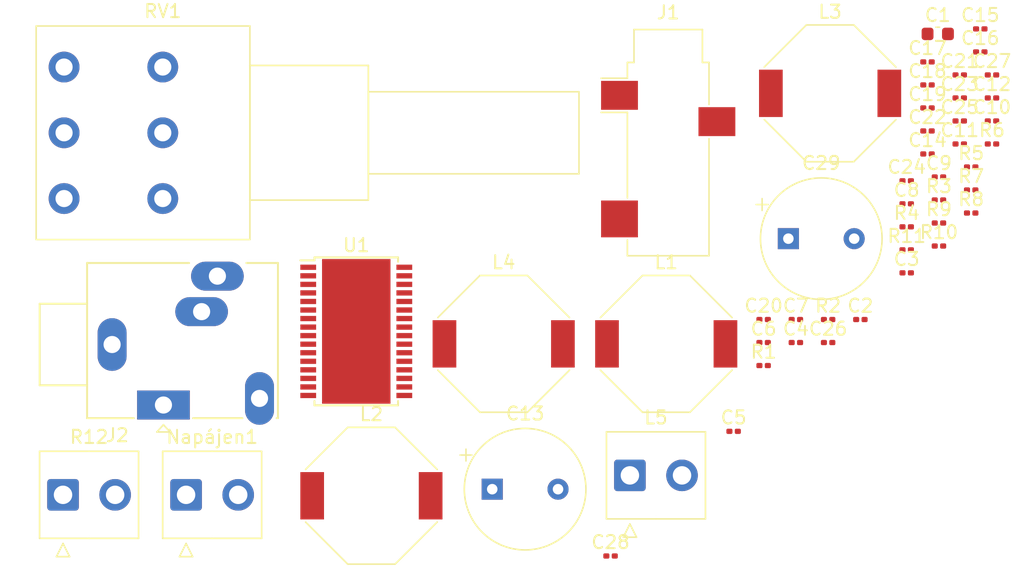
<source format=kicad_pcb>
(kicad_pcb (version 20171130) (host pcbnew "(5.1.8-0-10_14)")

  (general
    (thickness 1.6)
    (drawings 0)
    (tracks 0)
    (zones 0)
    (modules 51)
    (nets 35)
  )

  (page A4)
  (layers
    (0 F.Cu signal)
    (31 B.Cu signal)
    (32 B.Adhes user)
    (33 F.Adhes user)
    (34 B.Paste user)
    (35 F.Paste user)
    (36 B.SilkS user)
    (37 F.SilkS user)
    (38 B.Mask user)
    (39 F.Mask user)
    (40 Dwgs.User user)
    (41 Cmts.User user)
    (42 Eco1.User user)
    (43 Eco2.User user)
    (44 Edge.Cuts user)
    (45 Margin user)
    (46 B.CrtYd user)
    (47 F.CrtYd user)
    (48 B.Fab user)
    (49 F.Fab user)
  )

  (setup
    (last_trace_width 0.25)
    (trace_clearance 0.2)
    (zone_clearance 0.508)
    (zone_45_only no)
    (trace_min 0.2)
    (via_size 0.8)
    (via_drill 0.4)
    (via_min_size 0.4)
    (via_min_drill 0.3)
    (uvia_size 0.3)
    (uvia_drill 0.1)
    (uvias_allowed no)
    (uvia_min_size 0.2)
    (uvia_min_drill 0.1)
    (edge_width 0.05)
    (segment_width 0.2)
    (pcb_text_width 0.3)
    (pcb_text_size 1.5 1.5)
    (mod_edge_width 0.12)
    (mod_text_size 1 1)
    (mod_text_width 0.15)
    (pad_size 1.524 1.524)
    (pad_drill 0.762)
    (pad_to_mask_clearance 0)
    (aux_axis_origin 0 0)
    (visible_elements FFFFFF7F)
    (pcbplotparams
      (layerselection 0x010fc_ffffffff)
      (usegerberextensions false)
      (usegerberattributes true)
      (usegerberadvancedattributes true)
      (creategerberjobfile true)
      (excludeedgelayer true)
      (linewidth 0.100000)
      (plotframeref false)
      (viasonmask false)
      (mode 1)
      (useauxorigin false)
      (hpglpennumber 1)
      (hpglpenspeed 20)
      (hpglpendiameter 15.000000)
      (psnegative false)
      (psa4output false)
      (plotreference true)
      (plotvalue true)
      (plotinvisibletext false)
      (padsonsilk false)
      (subtractmaskfromsilk false)
      (outputformat 1)
      (mirror false)
      (drillshape 1)
      (scaleselection 1)
      (outputdirectory ""))
  )

  (net 0 "")
  (net 1 "Net-(C1-Pad2)")
  (net 2 "Net-(C1-Pad1)")
  (net 3 "Net-(C2-Pad2)")
  (net 4 "Net-(C2-Pad1)")
  (net 5 "Net-(C3-Pad2)")
  (net 6 "Net-(C3-Pad1)")
  (net 7 "Net-(C4-Pad2)")
  (net 8 "Net-(C4-Pad1)")
  (net 9 "Net-(C5-Pad2)")
  (net 10 "Net-(C5-Pad1)")
  (net 11 "Net-(C6-Pad2)")
  (net 12 "Net-(C6-Pad1)")
  (net 13 GND)
  (net 14 "Net-(C7-Pad1)")
  (net 15 "Net-(C8-Pad1)")
  (net 16 "Net-(C9-Pad2)")
  (net 17 "Net-(C9-Pad1)")
  (net 18 "Net-(C12-Pad2)")
  (net 19 "Net-(C14-Pad2)")
  (net 20 "Net-(C15-Pad1)")
  (net 21 "Net-(C16-Pad2)")
  (net 22 "Net-(C17-Pad1)")
  (net 23 "Net-(C18-Pad2)")
  (net 24 "Net-(C24-Pad1)")
  (net 25 "Net-(C25-Pad2)")
  (net 26 "Net-(C27-Pad1)")
  (net 27 "Net-(C28-Pad2)")
  (net 28 "Net-(R1-Pad1)")
  (net 29 "Net-(R2-Pad2)")
  (net 30 "Net-(R4-Pad1)")
  (net 31 "Net-(R5-Pad1)")
  (net 32 "Net-(R6-Pad2)")
  (net 33 "Net-(RV1-Pad5)")
  (net 34 "Net-(RV1-Pad2)")

  (net_class Default "This is the default net class."
    (clearance 0.2)
    (trace_width 0.25)
    (via_dia 0.8)
    (via_drill 0.4)
    (uvia_dia 0.3)
    (uvia_drill 0.1)
    (add_net GND)
    (add_net "Net-(C1-Pad1)")
    (add_net "Net-(C1-Pad2)")
    (add_net "Net-(C12-Pad2)")
    (add_net "Net-(C14-Pad2)")
    (add_net "Net-(C15-Pad1)")
    (add_net "Net-(C16-Pad2)")
    (add_net "Net-(C17-Pad1)")
    (add_net "Net-(C18-Pad2)")
    (add_net "Net-(C2-Pad1)")
    (add_net "Net-(C2-Pad2)")
    (add_net "Net-(C24-Pad1)")
    (add_net "Net-(C25-Pad2)")
    (add_net "Net-(C27-Pad1)")
    (add_net "Net-(C28-Pad2)")
    (add_net "Net-(C3-Pad1)")
    (add_net "Net-(C3-Pad2)")
    (add_net "Net-(C4-Pad1)")
    (add_net "Net-(C4-Pad2)")
    (add_net "Net-(C5-Pad1)")
    (add_net "Net-(C5-Pad2)")
    (add_net "Net-(C6-Pad1)")
    (add_net "Net-(C6-Pad2)")
    (add_net "Net-(C7-Pad1)")
    (add_net "Net-(C8-Pad1)")
    (add_net "Net-(C9-Pad1)")
    (add_net "Net-(C9-Pad2)")
    (add_net "Net-(J2-PadR)")
    (add_net "Net-(J2-PadS)")
    (add_net "Net-(J2-PadT)")
    (add_net "Net-(L5-Pad1)")
    (add_net "Net-(R1-Pad1)")
    (add_net "Net-(R2-Pad2)")
    (add_net "Net-(R4-Pad1)")
    (add_net "Net-(R5-Pad1)")
    (add_net "Net-(R6-Pad2)")
    (add_net "Net-(RV1-Pad2)")
    (add_net "Net-(RV1-Pad5)")
  )

  (module Package_SO:HTSSOP-32-1EP_6.1x11mm_P0.65mm_EP5.2x11mm_Mask4.11x4.36mm (layer F.Cu) (tedit 5A671CA1) (tstamp 5FF3C4BD)
    (at 34.475001 23.375001)
    (descr "HTSSOP32: plastic thin shrink small outline package; 32 leads; body width 6.1 mm; lead pitch 0.65 mm (see NXP SSOP-TSSOP-VSO-REFLOW.pdf and sot487-1_po.pdf)")
    (tags "SSOP 0.65 PowerPAD")
    (path /5FDB195A)
    (attr smd)
    (fp_text reference U1 (at 0 -6.55) (layer F.SilkS)
      (effects (font (size 1 1) (thickness 0.15)))
    )
    (fp_text value TPA3116D2DADR (at 0 6.55) (layer F.Fab)
      (effects (font (size 1 1) (thickness 0.15)))
    )
    (fp_text user %R (at 0 0) (layer F.Fab)
      (effects (font (size 0.8 0.8) (thickness 0.15)))
    )
    (fp_line (start 3.05 5.5) (end -3.05 5.5) (layer F.Fab) (width 0.15))
    (fp_line (start -3.05 5.5) (end -3.05 -4.5) (layer F.Fab) (width 0.15))
    (fp_line (start -3.05 -4.5) (end -2.05 -5.5) (layer F.Fab) (width 0.15))
    (fp_line (start -2.05 -5.5) (end 3.05 -5.5) (layer F.Fab) (width 0.15))
    (fp_line (start 3.05 -5.5) (end 3.05 5.5) (layer F.Fab) (width 0.15))
    (fp_line (start -4.5 -5.8) (end -4.5 5.8) (layer F.CrtYd) (width 0.05))
    (fp_line (start -4.5 5.8) (end 4.5 5.8) (layer F.CrtYd) (width 0.05))
    (fp_line (start 4.5 5.8) (end 4.5 -5.8) (layer F.CrtYd) (width 0.05))
    (fp_line (start 4.5 -5.8) (end -4.5 -5.8) (layer F.CrtYd) (width 0.05))
    (fp_line (start -4.25 -5.4) (end -3.175 -5.4) (layer F.SilkS) (width 0.15))
    (fp_line (start -3.175 -5.4) (end -3.175 -5.625) (layer F.SilkS) (width 0.15))
    (fp_line (start -3.175 -5.625) (end 3.175 -5.625) (layer F.SilkS) (width 0.15))
    (fp_line (start 3.175 -5.625) (end 3.175 -5.3) (layer F.SilkS) (width 0.15))
    (fp_line (start -3.175 5.3) (end -3.175 5.625) (layer F.SilkS) (width 0.15))
    (fp_line (start -3.175 5.625) (end 3.175 5.625) (layer F.SilkS) (width 0.15))
    (fp_line (start 3.175 5.625) (end 3.175 5.3) (layer F.SilkS) (width 0.15))
    (pad "" smd rect (at -1.37 1.46) (size 1.07 1.16) (layers F.Paste))
    (pad "" smd rect (at 0 1.46) (size 1.07 1.16) (layers F.Paste))
    (pad "" smd rect (at 1.37 1.46) (size 1.07 1.16) (layers F.Paste))
    (pad "" smd rect (at -1.37 0) (size 1.07 1.16) (layers F.Paste))
    (pad "" smd rect (at 0 0) (size 1.07 1.16) (layers F.Paste))
    (pad "" smd rect (at 1.37 0) (size 1.07 1.16) (layers F.Paste))
    (pad "" smd rect (at 1.37 -1.46) (size 1.07 1.16) (layers F.Paste))
    (pad "" smd rect (at 0 -1.46) (size 1.07 1.16) (layers F.Paste))
    (pad "" smd rect (at -1.37 -1.46) (size 1.07 1.16) (layers F.Paste))
    (pad 33 smd rect (at 0 0) (size 4.11 4.36) (layers F.Mask))
    (pad 33 smd rect (at 0 0) (size 5.2 11) (layers F.Cu))
    (pad 32 smd rect (at 3.65 -4.875) (size 1.2 0.4) (layers F.Cu F.Paste F.Mask)
      (net 13 GND))
    (pad 31 smd rect (at 3.65 -4.225) (size 1.2 0.4) (layers F.Cu F.Paste F.Mask)
      (net 13 GND))
    (pad 30 smd rect (at 3.65 -3.575) (size 1.2 0.4) (layers F.Cu F.Paste F.Mask)
      (net 6 "Net-(C3-Pad1)"))
    (pad 29 smd rect (at 3.65 -2.925) (size 1.2 0.4) (layers F.Cu F.Paste F.Mask)
      (net 5 "Net-(C3-Pad2)"))
    (pad 28 smd rect (at 3.65 -2.275) (size 1.2 0.4) (layers F.Cu F.Paste F.Mask)
      (net 13 GND))
    (pad 27 smd rect (at 3.65 -1.625) (size 1.2 0.4) (layers F.Cu F.Paste F.Mask)
      (net 7 "Net-(C4-Pad2)"))
    (pad 26 smd rect (at 3.65 -0.975) (size 1.2 0.4) (layers F.Cu F.Paste F.Mask)
      (net 8 "Net-(C4-Pad1)"))
    (pad 25 smd rect (at 3.65 -0.325) (size 1.2 0.4) (layers F.Cu F.Paste F.Mask)
      (net 13 GND))
    (pad 24 smd rect (at 3.65 0.325) (size 1.2 0.4) (layers F.Cu F.Paste F.Mask)
      (net 2 "Net-(C1-Pad1)"))
    (pad 23 smd rect (at 3.65 0.975) (size 1.2 0.4) (layers F.Cu F.Paste F.Mask)
      (net 1 "Net-(C1-Pad2)"))
    (pad 22 smd rect (at 3.65 1.625) (size 1.2 0.4) (layers F.Cu F.Paste F.Mask)
      (net 13 GND))
    (pad 21 smd rect (at 3.65 2.275) (size 1.2 0.4) (layers F.Cu F.Paste F.Mask)
      (net 17 "Net-(C9-Pad1)"))
    (pad 20 smd rect (at 3.65 2.925) (size 1.2 0.4) (layers F.Cu F.Paste F.Mask)
      (net 16 "Net-(C9-Pad2)"))
    (pad 19 smd rect (at 3.65 3.575) (size 1.2 0.4) (layers F.Cu F.Paste F.Mask)
      (net 13 GND))
    (pad 18 smd rect (at 3.65 4.225) (size 1.2 0.4) (layers F.Cu F.Paste F.Mask)
      (net 13 GND))
    (pad 17 smd rect (at 3.65 4.875) (size 1.2 0.4) (layers F.Cu F.Paste F.Mask)
      (net 13 GND))
    (pad 16 smd rect (at -3.65 4.875) (size 1.2 0.4) (layers F.Cu F.Paste F.Mask)
      (net 31 "Net-(R5-Pad1)"))
    (pad 15 smd rect (at -3.65 4.225) (size 1.2 0.4) (layers F.Cu F.Paste F.Mask)
      (net 13 GND))
    (pad 14 smd rect (at -3.65 3.575) (size 1.2 0.4) (layers F.Cu F.Paste F.Mask)
      (net 13 GND))
    (pad 13 smd rect (at -3.65 2.925) (size 1.2 0.4) (layers F.Cu F.Paste F.Mask)
      (net 30 "Net-(R4-Pad1)"))
    (pad 12 smd rect (at -3.65 2.275) (size 1.2 0.4) (layers F.Cu F.Paste F.Mask)
      (net 29 "Net-(R2-Pad2)"))
    (pad 11 smd rect (at -3.65 1.625) (size 1.2 0.4) (layers F.Cu F.Paste F.Mask)
      (net 9 "Net-(C5-Pad2)"))
    (pad 10 smd rect (at -3.65 0.975) (size 1.2 0.4) (layers F.Cu F.Paste F.Mask)
      (net 34 "Net-(RV1-Pad2)"))
    (pad 9 smd rect (at -3.65 0.325) (size 1.2 0.4) (layers F.Cu F.Paste F.Mask)
      (net 13 GND))
    (pad 8 smd rect (at -3.65 -0.325) (size 1.2 0.4) (layers F.Cu F.Paste F.Mask)
      (net 28 "Net-(R1-Pad1)"))
    (pad 7 smd rect (at -3.65 -0.975) (size 1.2 0.4) (layers F.Cu F.Paste F.Mask)
      (net 14 "Net-(C7-Pad1)"))
    (pad 6 smd rect (at -3.65 -1.625) (size 1.2 0.4) (layers F.Cu F.Paste F.Mask)
      (net 14 "Net-(C7-Pad1)"))
    (pad 5 smd rect (at -3.65 -2.275) (size 1.2 0.4) (layers F.Cu F.Paste F.Mask)
      (net 9 "Net-(C5-Pad2)"))
    (pad 4 smd rect (at -3.65 -2.925) (size 1.2 0.4) (layers F.Cu F.Paste F.Mask)
      (net 33 "Net-(RV1-Pad5)"))
    (pad 3 smd rect (at -3.65 -3.575) (size 1.2 0.4) (layers F.Cu F.Paste F.Mask)
      (net 32 "Net-(R6-Pad2)"))
    (pad 2 smd rect (at -3.65 -4.225) (size 1.2 0.4) (layers F.Cu F.Paste F.Mask)
      (net 32 "Net-(R6-Pad2)"))
    (pad 1 smd rect (at -3.65 -4.875) (size 1.2 0.4) (layers F.Cu F.Paste F.Mask)
      (net 13 GND))
    (model ${KISYS3DMOD}/Package_SO.3dshapes/HTSSOP-32-1EP_6.1x11mm_P0.65mm_EP5.2x11mm.wrl
      (at (xyz 0 0 0))
      (scale (xyz 1 1 1))
      (rotate (xyz 0 0 0))
    )
  )

  (module Potentiometer_THT:Potentiometer_Piher_PC-16_Dual_Horizontal (layer F.Cu) (tedit 5A3D4993) (tstamp 5FF3C47D)
    (at 19.775001 13.275001)
    (descr "Potentiometer, horizontal, Piher PC-16 Dual, http://www.piher-nacesa.com/pdf/20-PC16v03.pdf")
    (tags "Potentiometer horizontal Piher PC-16 Dual")
    (path /5FDC4F14)
    (fp_text reference RV1 (at 0 -14.25) (layer F.SilkS)
      (effects (font (size 1 1) (thickness 0.15)))
    )
    (fp_text value 50k (at 0 4.25) (layer F.Fab)
      (effects (font (size 1 1) (thickness 0.15)))
    )
    (fp_text user %R (at -1.5 -5) (layer F.Fab)
      (effects (font (size 1 1) (thickness 0.15)))
    )
    (fp_line (start -9.5 -13) (end -9.5 3) (layer F.Fab) (width 0.1))
    (fp_line (start -9.5 3) (end 6.5 3) (layer F.Fab) (width 0.1))
    (fp_line (start 6.5 3) (end 6.5 -13) (layer F.Fab) (width 0.1))
    (fp_line (start 6.5 -13) (end -9.5 -13) (layer F.Fab) (width 0.1))
    (fp_line (start 6.5 -10) (end 6.5 0) (layer F.Fab) (width 0.1))
    (fp_line (start 6.5 0) (end 15.5 0) (layer F.Fab) (width 0.1))
    (fp_line (start 15.5 0) (end 15.5 -10) (layer F.Fab) (width 0.1))
    (fp_line (start 15.5 -10) (end 6.5 -10) (layer F.Fab) (width 0.1))
    (fp_line (start 15.5 -8) (end 15.5 -2) (layer F.Fab) (width 0.1))
    (fp_line (start 15.5 -2) (end 31.5 -2) (layer F.Fab) (width 0.1))
    (fp_line (start 31.5 -2) (end 31.5 -8) (layer F.Fab) (width 0.1))
    (fp_line (start 31.5 -8) (end 15.5 -8) (layer F.Fab) (width 0.1))
    (fp_line (start -9.62 -13.12) (end 6.62 -13.12) (layer F.SilkS) (width 0.12))
    (fp_line (start -9.62 3.12) (end 6.62 3.12) (layer F.SilkS) (width 0.12))
    (fp_line (start -9.62 -13.12) (end -9.62 3.12) (layer F.SilkS) (width 0.12))
    (fp_line (start 6.62 -13.12) (end 6.62 3.12) (layer F.SilkS) (width 0.12))
    (fp_line (start 6.62 -10.12) (end 15.62 -10.12) (layer F.SilkS) (width 0.12))
    (fp_line (start 6.62 0.12) (end 15.62 0.12) (layer F.SilkS) (width 0.12))
    (fp_line (start 6.62 -10.12) (end 6.62 0.12) (layer F.SilkS) (width 0.12))
    (fp_line (start 15.62 -10.12) (end 15.62 0.12) (layer F.SilkS) (width 0.12))
    (fp_line (start 15.62 -8.12) (end 31.62 -8.12) (layer F.SilkS) (width 0.12))
    (fp_line (start 15.62 -1.879) (end 31.62 -1.879) (layer F.SilkS) (width 0.12))
    (fp_line (start 15.62 -8.12) (end 15.62 -1.879) (layer F.SilkS) (width 0.12))
    (fp_line (start 31.62 -8.12) (end 31.62 -1.879) (layer F.SilkS) (width 0.12))
    (fp_line (start -9.75 -13.25) (end -9.75 3.25) (layer F.CrtYd) (width 0.05))
    (fp_line (start -9.75 3.25) (end 31.75 3.25) (layer F.CrtYd) (width 0.05))
    (fp_line (start 31.75 3.25) (end 31.75 -13.25) (layer F.CrtYd) (width 0.05))
    (fp_line (start 31.75 -13.25) (end -9.75 -13.25) (layer F.CrtYd) (width 0.05))
    (pad 4 thru_hole circle (at -7.5 0) (size 2.34 2.34) (drill 1.3) (layers *.Cu *.Mask)
      (net 4 "Net-(C2-Pad1)"))
    (pad 5 thru_hole circle (at -7.5 -5) (size 2.34 2.34) (drill 1.3) (layers *.Cu *.Mask)
      (net 33 "Net-(RV1-Pad5)"))
    (pad 6 thru_hole circle (at -7.5 -10) (size 2.34 2.34) (drill 1.3) (layers *.Cu *.Mask)
      (net 9 "Net-(C5-Pad2)"))
    (pad 1 thru_hole circle (at 0 0) (size 2.34 2.34) (drill 1.3) (layers *.Cu *.Mask)
      (net 12 "Net-(C6-Pad1)"))
    (pad 2 thru_hole circle (at 0 -5) (size 2.34 2.34) (drill 1.3) (layers *.Cu *.Mask)
      (net 34 "Net-(RV1-Pad2)"))
    (pad 3 thru_hole circle (at 0 -10) (size 2.34 2.34) (drill 1.3) (layers *.Cu *.Mask)
      (net 9 "Net-(C5-Pad2)"))
    (model ${KISYS3DMOD}/Potentiometer_THT.3dshapes/Potentiometer_Piher_PC-16_Dual_Horizontal.wrl
      (at (xyz 0 0 0))
      (scale (xyz 1 1 1))
      (rotate (xyz 0 0 0))
    )
  )

  (module Connector_TE-Connectivity:TE_826576-2_1x02_P3.96mm_Vertical (layer F.Cu) (tedit 5D8E60CA) (tstamp 5FF3C456)
    (at 12.195001 35.805001)
    (descr "TE, 826576-2, 2 Pins (https://www.te.com/commerce/DocumentDelivery/DDEController?Action=srchrtrv&DocNm=826576&DocType=Customer+Drawing&DocLang=English), generated with kicad-footprint-generator")
    (tags "connector TE 826576 vertical")
    (path /5FE8A6A2)
    (fp_text reference R12 (at 1.98 -4.4) (layer F.SilkS)
      (effects (font (size 1 1) (thickness 0.15)))
    )
    (fp_text value Conn_01x02_Male (at 1.98 4.4) (layer F.Fab)
      (effects (font (size 1 1) (thickness 0.15)))
    )
    (fp_text user %R (at 1.98 -2.5) (layer F.Fab)
      (effects (font (size 1 1) (thickness 0.15)))
    )
    (fp_line (start 1.98 -3.2) (end -1.67 -3.2) (layer F.Fab) (width 0.1))
    (fp_line (start -1.67 -3.2) (end -1.67 3.2) (layer F.Fab) (width 0.1))
    (fp_line (start -1.67 3.2) (end 1.98 3.2) (layer F.Fab) (width 0.1))
    (fp_line (start 1.98 -3.2) (end 5.63 -3.2) (layer F.Fab) (width 0.1))
    (fp_line (start 5.63 -3.2) (end 5.63 3.2) (layer F.Fab) (width 0.1))
    (fp_line (start 5.63 3.2) (end 1.98 3.2) (layer F.Fab) (width 0.1))
    (fp_line (start 1.98 -3.31) (end -1.78 -3.31) (layer F.SilkS) (width 0.12))
    (fp_line (start -1.78 -3.31) (end -1.78 3.31) (layer F.SilkS) (width 0.12))
    (fp_line (start -1.78 3.31) (end 1.98 3.31) (layer F.SilkS) (width 0.12))
    (fp_line (start 1.98 -3.31) (end 5.74 -3.31) (layer F.SilkS) (width 0.12))
    (fp_line (start 5.74 -3.31) (end 5.74 3.31) (layer F.SilkS) (width 0.12))
    (fp_line (start 5.74 3.31) (end 1.98 3.31) (layer F.SilkS) (width 0.12))
    (fp_line (start -0.5 3.2) (end 0 2.2) (layer F.Fab) (width 0.1))
    (fp_line (start 0 2.2) (end 0.5 3.2) (layer F.Fab) (width 0.1))
    (fp_line (start -0.5 4.7) (end 0 3.7) (layer F.SilkS) (width 0.12))
    (fp_line (start 0 3.7) (end 0.5 4.7) (layer F.SilkS) (width 0.12))
    (fp_line (start 0.5 4.7) (end -0.5 4.7) (layer F.SilkS) (width 0.12))
    (fp_line (start -2.17 -3.7) (end -2.17 3.7) (layer F.CrtYd) (width 0.05))
    (fp_line (start -2.17 3.7) (end 6.13 3.7) (layer F.CrtYd) (width 0.05))
    (fp_line (start 6.13 3.7) (end 6.13 -3.7) (layer F.CrtYd) (width 0.05))
    (fp_line (start 6.13 -3.7) (end -2.17 -3.7) (layer F.CrtYd) (width 0.05))
    (pad 2 thru_hole circle (at 3.96 0) (size 2.4 2.4) (drill 1.4) (layers *.Cu *.Mask)
      (net 20 "Net-(C15-Pad1)"))
    (pad 1 thru_hole roundrect (at 0 0) (size 2.4 2.4) (drill 1.4) (layers *.Cu *.Mask) (roundrect_rratio 0.104167)
      (net 21 "Net-(C16-Pad2)"))
    (model ${KISYS3DMOD}/Connector_TE-Connectivity.3dshapes/TE_826576-2_1x02_P3.96mm_Vertical.wrl
      (at (xyz 0 0 0))
      (scale (xyz 1 1 1))
      (rotate (xyz 0 0 0))
    )
  )

  (module Resistor_SMD:R_0201_0603Metric (layer F.Cu) (tedit 5F68FEEE) (tstamp 5FF3C43A)
    (at 76.295001 17.175001)
    (descr "Resistor SMD 0201 (0603 Metric), square (rectangular) end terminal, IPC_7351 nominal, (Body size source: https://www.vishay.com/docs/20052/crcw0201e3.pdf), generated with kicad-footprint-generator")
    (tags resistor)
    (path /5FF08CEC)
    (attr smd)
    (fp_text reference R11 (at 0 -1.05) (layer F.SilkS)
      (effects (font (size 1 1) (thickness 0.15)))
    )
    (fp_text value 3.3 (at 0 1.05) (layer F.Fab)
      (effects (font (size 1 1) (thickness 0.15)))
    )
    (fp_text user %R (at 0 -0.68) (layer F.Fab)
      (effects (font (size 0.25 0.25) (thickness 0.04)))
    )
    (fp_line (start -0.3 0.15) (end -0.3 -0.15) (layer F.Fab) (width 0.1))
    (fp_line (start -0.3 -0.15) (end 0.3 -0.15) (layer F.Fab) (width 0.1))
    (fp_line (start 0.3 -0.15) (end 0.3 0.15) (layer F.Fab) (width 0.1))
    (fp_line (start 0.3 0.15) (end -0.3 0.15) (layer F.Fab) (width 0.1))
    (fp_line (start -0.7 0.35) (end -0.7 -0.35) (layer F.CrtYd) (width 0.05))
    (fp_line (start -0.7 -0.35) (end 0.7 -0.35) (layer F.CrtYd) (width 0.05))
    (fp_line (start 0.7 -0.35) (end 0.7 0.35) (layer F.CrtYd) (width 0.05))
    (fp_line (start 0.7 0.35) (end -0.7 0.35) (layer F.CrtYd) (width 0.05))
    (pad 2 smd roundrect (at 0.32 0) (size 0.46 0.4) (layers F.Cu F.Mask) (roundrect_rratio 0.25)
      (net 22 "Net-(C17-Pad1)"))
    (pad 1 smd roundrect (at -0.32 0) (size 0.46 0.4) (layers F.Cu F.Mask) (roundrect_rratio 0.25)
      (net 26 "Net-(C27-Pad1)"))
    (pad "" smd roundrect (at 0.345 0) (size 0.318 0.36) (layers F.Paste) (roundrect_rratio 0.25))
    (pad "" smd roundrect (at -0.345 0) (size 0.318 0.36) (layers F.Paste) (roundrect_rratio 0.25))
    (model ${KISYS3DMOD}/Resistor_SMD.3dshapes/R_0201_0603Metric.wrl
      (at (xyz 0 0 0))
      (scale (xyz 1 1 1))
      (rotate (xyz 0 0 0))
    )
  )

  (module Resistor_SMD:R_0201_0603Metric (layer F.Cu) (tedit 5F68FEEE) (tstamp 5FF3C429)
    (at 78.745001 16.885001)
    (descr "Resistor SMD 0201 (0603 Metric), square (rectangular) end terminal, IPC_7351 nominal, (Body size source: https://www.vishay.com/docs/20052/crcw0201e3.pdf), generated with kicad-footprint-generator")
    (tags resistor)
    (path /5FF05CA5)
    (attr smd)
    (fp_text reference R10 (at 0 -1.05) (layer F.SilkS)
      (effects (font (size 1 1) (thickness 0.15)))
    )
    (fp_text value 3.3 (at 0 1.05) (layer F.Fab)
      (effects (font (size 1 1) (thickness 0.15)))
    )
    (fp_text user %R (at 0 -0.68) (layer F.Fab)
      (effects (font (size 0.25 0.25) (thickness 0.04)))
    )
    (fp_line (start -0.3 0.15) (end -0.3 -0.15) (layer F.Fab) (width 0.1))
    (fp_line (start -0.3 -0.15) (end 0.3 -0.15) (layer F.Fab) (width 0.1))
    (fp_line (start 0.3 -0.15) (end 0.3 0.15) (layer F.Fab) (width 0.1))
    (fp_line (start 0.3 0.15) (end -0.3 0.15) (layer F.Fab) (width 0.1))
    (fp_line (start -0.7 0.35) (end -0.7 -0.35) (layer F.CrtYd) (width 0.05))
    (fp_line (start -0.7 -0.35) (end 0.7 -0.35) (layer F.CrtYd) (width 0.05))
    (fp_line (start 0.7 -0.35) (end 0.7 0.35) (layer F.CrtYd) (width 0.05))
    (fp_line (start 0.7 0.35) (end -0.7 0.35) (layer F.CrtYd) (width 0.05))
    (pad 2 smd roundrect (at 0.32 0) (size 0.46 0.4) (layers F.Cu F.Mask) (roundrect_rratio 0.25)
      (net 21 "Net-(C16-Pad2)"))
    (pad 1 smd roundrect (at -0.32 0) (size 0.46 0.4) (layers F.Cu F.Mask) (roundrect_rratio 0.25)
      (net 25 "Net-(C25-Pad2)"))
    (pad "" smd roundrect (at 0.345 0) (size 0.318 0.36) (layers F.Paste) (roundrect_rratio 0.25))
    (pad "" smd roundrect (at -0.345 0) (size 0.318 0.36) (layers F.Paste) (roundrect_rratio 0.25))
    (model ${KISYS3DMOD}/Resistor_SMD.3dshapes/R_0201_0603Metric.wrl
      (at (xyz 0 0 0))
      (scale (xyz 1 1 1))
      (rotate (xyz 0 0 0))
    )
  )

  (module Resistor_SMD:R_0201_0603Metric (layer F.Cu) (tedit 5F68FEEE) (tstamp 5FF3C418)
    (at 78.745001 15.135001)
    (descr "Resistor SMD 0201 (0603 Metric), square (rectangular) end terminal, IPC_7351 nominal, (Body size source: https://www.vishay.com/docs/20052/crcw0201e3.pdf), generated with kicad-footprint-generator")
    (tags resistor)
    (path /5FF04AD0)
    (attr smd)
    (fp_text reference R9 (at 0 -1.05) (layer F.SilkS)
      (effects (font (size 1 1) (thickness 0.15)))
    )
    (fp_text value 3.3 (at 0 1.05) (layer F.Fab)
      (effects (font (size 1 1) (thickness 0.15)))
    )
    (fp_text user %R (at 0 -0.68) (layer F.Fab)
      (effects (font (size 0.25 0.25) (thickness 0.04)))
    )
    (fp_line (start -0.3 0.15) (end -0.3 -0.15) (layer F.Fab) (width 0.1))
    (fp_line (start -0.3 -0.15) (end 0.3 -0.15) (layer F.Fab) (width 0.1))
    (fp_line (start 0.3 -0.15) (end 0.3 0.15) (layer F.Fab) (width 0.1))
    (fp_line (start 0.3 0.15) (end -0.3 0.15) (layer F.Fab) (width 0.1))
    (fp_line (start -0.7 0.35) (end -0.7 -0.35) (layer F.CrtYd) (width 0.05))
    (fp_line (start -0.7 -0.35) (end 0.7 -0.35) (layer F.CrtYd) (width 0.05))
    (fp_line (start 0.7 -0.35) (end 0.7 0.35) (layer F.CrtYd) (width 0.05))
    (fp_line (start 0.7 0.35) (end -0.7 0.35) (layer F.CrtYd) (width 0.05))
    (pad 2 smd roundrect (at 0.32 0) (size 0.46 0.4) (layers F.Cu F.Mask) (roundrect_rratio 0.25)
      (net 24 "Net-(C24-Pad1)"))
    (pad 1 smd roundrect (at -0.32 0) (size 0.46 0.4) (layers F.Cu F.Mask) (roundrect_rratio 0.25)
      (net 20 "Net-(C15-Pad1)"))
    (pad "" smd roundrect (at 0.345 0) (size 0.318 0.36) (layers F.Paste) (roundrect_rratio 0.25))
    (pad "" smd roundrect (at -0.345 0) (size 0.318 0.36) (layers F.Paste) (roundrect_rratio 0.25))
    (model ${KISYS3DMOD}/Resistor_SMD.3dshapes/R_0201_0603Metric.wrl
      (at (xyz 0 0 0))
      (scale (xyz 1 1 1))
      (rotate (xyz 0 0 0))
    )
  )

  (module Resistor_SMD:R_0201_0603Metric (layer F.Cu) (tedit 5F68FEEE) (tstamp 5FF3C407)
    (at 81.195001 14.375001)
    (descr "Resistor SMD 0201 (0603 Metric), square (rectangular) end terminal, IPC_7351 nominal, (Body size source: https://www.vishay.com/docs/20052/crcw0201e3.pdf), generated with kicad-footprint-generator")
    (tags resistor)
    (path /5FF0A01C)
    (attr smd)
    (fp_text reference R8 (at 0 -1.05) (layer F.SilkS)
      (effects (font (size 1 1) (thickness 0.15)))
    )
    (fp_text value 3.3 (at 0 1.05) (layer F.Fab)
      (effects (font (size 1 1) (thickness 0.15)))
    )
    (fp_text user %R (at 0 -0.68) (layer F.Fab)
      (effects (font (size 0.25 0.25) (thickness 0.04)))
    )
    (fp_line (start -0.3 0.15) (end -0.3 -0.15) (layer F.Fab) (width 0.1))
    (fp_line (start -0.3 -0.15) (end 0.3 -0.15) (layer F.Fab) (width 0.1))
    (fp_line (start 0.3 -0.15) (end 0.3 0.15) (layer F.Fab) (width 0.1))
    (fp_line (start 0.3 0.15) (end -0.3 0.15) (layer F.Fab) (width 0.1))
    (fp_line (start -0.7 0.35) (end -0.7 -0.35) (layer F.CrtYd) (width 0.05))
    (fp_line (start -0.7 -0.35) (end 0.7 -0.35) (layer F.CrtYd) (width 0.05))
    (fp_line (start 0.7 -0.35) (end 0.7 0.35) (layer F.CrtYd) (width 0.05))
    (fp_line (start 0.7 0.35) (end -0.7 0.35) (layer F.CrtYd) (width 0.05))
    (pad 2 smd roundrect (at 0.32 0) (size 0.46 0.4) (layers F.Cu F.Mask) (roundrect_rratio 0.25)
      (net 23 "Net-(C18-Pad2)"))
    (pad 1 smd roundrect (at -0.32 0) (size 0.46 0.4) (layers F.Cu F.Mask) (roundrect_rratio 0.25)
      (net 27 "Net-(C28-Pad2)"))
    (pad "" smd roundrect (at 0.345 0) (size 0.318 0.36) (layers F.Paste) (roundrect_rratio 0.25))
    (pad "" smd roundrect (at -0.345 0) (size 0.318 0.36) (layers F.Paste) (roundrect_rratio 0.25))
    (model ${KISYS3DMOD}/Resistor_SMD.3dshapes/R_0201_0603Metric.wrl
      (at (xyz 0 0 0))
      (scale (xyz 1 1 1))
      (rotate (xyz 0 0 0))
    )
  )

  (module Resistor_SMD:R_0201_0603Metric (layer F.Cu) (tedit 5F68FEEE) (tstamp 5FF3C3F6)
    (at 81.195001 12.625001)
    (descr "Resistor SMD 0201 (0603 Metric), square (rectangular) end terminal, IPC_7351 nominal, (Body size source: https://www.vishay.com/docs/20052/crcw0201e3.pdf), generated with kicad-footprint-generator")
    (tags resistor)
    (path /5FDC36F6)
    (attr smd)
    (fp_text reference R7 (at 0 -1.05) (layer F.SilkS)
      (effects (font (size 1 1) (thickness 0.15)))
    )
    (fp_text value 3.3 (at 0 1.05) (layer F.Fab)
      (effects (font (size 1 1) (thickness 0.15)))
    )
    (fp_text user %R (at 0 -0.68) (layer F.Fab)
      (effects (font (size 0.25 0.25) (thickness 0.04)))
    )
    (fp_line (start -0.3 0.15) (end -0.3 -0.15) (layer F.Fab) (width 0.1))
    (fp_line (start -0.3 -0.15) (end 0.3 -0.15) (layer F.Fab) (width 0.1))
    (fp_line (start 0.3 -0.15) (end 0.3 0.15) (layer F.Fab) (width 0.1))
    (fp_line (start 0.3 0.15) (end -0.3 0.15) (layer F.Fab) (width 0.1))
    (fp_line (start -0.7 0.35) (end -0.7 -0.35) (layer F.CrtYd) (width 0.05))
    (fp_line (start -0.7 -0.35) (end 0.7 -0.35) (layer F.CrtYd) (width 0.05))
    (fp_line (start 0.7 -0.35) (end 0.7 0.35) (layer F.CrtYd) (width 0.05))
    (fp_line (start 0.7 0.35) (end -0.7 0.35) (layer F.CrtYd) (width 0.05))
    (pad 2 smd roundrect (at 0.32 0) (size 0.46 0.4) (layers F.Cu F.Mask) (roundrect_rratio 0.25)
      (net 18 "Net-(C12-Pad2)"))
    (pad 1 smd roundrect (at -0.32 0) (size 0.46 0.4) (layers F.Cu F.Mask) (roundrect_rratio 0.25)
      (net 13 GND))
    (pad "" smd roundrect (at 0.345 0) (size 0.318 0.36) (layers F.Paste) (roundrect_rratio 0.25))
    (pad "" smd roundrect (at -0.345 0) (size 0.318 0.36) (layers F.Paste) (roundrect_rratio 0.25))
    (model ${KISYS3DMOD}/Resistor_SMD.3dshapes/R_0201_0603Metric.wrl
      (at (xyz 0 0 0))
      (scale (xyz 1 1 1))
      (rotate (xyz 0 0 0))
    )
  )

  (module Resistor_SMD:R_0201_0603Metric (layer F.Cu) (tedit 5F68FEEE) (tstamp 5FF3C3E5)
    (at 82.775001 9.125001)
    (descr "Resistor SMD 0201 (0603 Metric), square (rectangular) end terminal, IPC_7351 nominal, (Body size source: https://www.vishay.com/docs/20052/crcw0201e3.pdf), generated with kicad-footprint-generator")
    (tags resistor)
    (path /5FDC2794)
    (attr smd)
    (fp_text reference R6 (at 0 -1.05) (layer F.SilkS)
      (effects (font (size 1 1) (thickness 0.15)))
    )
    (fp_text value 100k (at 0 1.05) (layer F.Fab)
      (effects (font (size 1 1) (thickness 0.15)))
    )
    (fp_text user %R (at 0 -0.68) (layer F.Fab)
      (effects (font (size 0.25 0.25) (thickness 0.04)))
    )
    (fp_line (start -0.3 0.15) (end -0.3 -0.15) (layer F.Fab) (width 0.1))
    (fp_line (start -0.3 -0.15) (end 0.3 -0.15) (layer F.Fab) (width 0.1))
    (fp_line (start 0.3 -0.15) (end 0.3 0.15) (layer F.Fab) (width 0.1))
    (fp_line (start 0.3 0.15) (end -0.3 0.15) (layer F.Fab) (width 0.1))
    (fp_line (start -0.7 0.35) (end -0.7 -0.35) (layer F.CrtYd) (width 0.05))
    (fp_line (start -0.7 -0.35) (end 0.7 -0.35) (layer F.CrtYd) (width 0.05))
    (fp_line (start 0.7 -0.35) (end 0.7 0.35) (layer F.CrtYd) (width 0.05))
    (fp_line (start 0.7 0.35) (end -0.7 0.35) (layer F.CrtYd) (width 0.05))
    (pad 2 smd roundrect (at 0.32 0) (size 0.46 0.4) (layers F.Cu F.Mask) (roundrect_rratio 0.25)
      (net 32 "Net-(R6-Pad2)"))
    (pad 1 smd roundrect (at -0.32 0) (size 0.46 0.4) (layers F.Cu F.Mask) (roundrect_rratio 0.25)
      (net 13 GND))
    (pad "" smd roundrect (at 0.345 0) (size 0.318 0.36) (layers F.Paste) (roundrect_rratio 0.25))
    (pad "" smd roundrect (at -0.345 0) (size 0.318 0.36) (layers F.Paste) (roundrect_rratio 0.25))
    (model ${KISYS3DMOD}/Resistor_SMD.3dshapes/R_0201_0603Metric.wrl
      (at (xyz 0 0 0))
      (scale (xyz 1 1 1))
      (rotate (xyz 0 0 0))
    )
  )

  (module Resistor_SMD:R_0201_0603Metric (layer F.Cu) (tedit 5F68FEEE) (tstamp 5FF3C3D4)
    (at 81.195001 10.875001)
    (descr "Resistor SMD 0201 (0603 Metric), square (rectangular) end terminal, IPC_7351 nominal, (Body size source: https://www.vishay.com/docs/20052/crcw0201e3.pdf), generated with kicad-footprint-generator")
    (tags resistor)
    (path /5FE305D6)
    (attr smd)
    (fp_text reference R5 (at 0 -1.05) (layer F.SilkS)
      (effects (font (size 1 1) (thickness 0.15)))
    )
    (fp_text value 4,7k (at 0 1.05) (layer F.Fab)
      (effects (font (size 1 1) (thickness 0.15)))
    )
    (fp_text user %R (at 0 -0.68) (layer F.Fab)
      (effects (font (size 0.25 0.25) (thickness 0.04)))
    )
    (fp_line (start -0.3 0.15) (end -0.3 -0.15) (layer F.Fab) (width 0.1))
    (fp_line (start -0.3 -0.15) (end 0.3 -0.15) (layer F.Fab) (width 0.1))
    (fp_line (start 0.3 -0.15) (end 0.3 0.15) (layer F.Fab) (width 0.1))
    (fp_line (start 0.3 0.15) (end -0.3 0.15) (layer F.Fab) (width 0.1))
    (fp_line (start -0.7 0.35) (end -0.7 -0.35) (layer F.CrtYd) (width 0.05))
    (fp_line (start -0.7 -0.35) (end 0.7 -0.35) (layer F.CrtYd) (width 0.05))
    (fp_line (start 0.7 -0.35) (end 0.7 0.35) (layer F.CrtYd) (width 0.05))
    (fp_line (start 0.7 0.35) (end -0.7 0.35) (layer F.CrtYd) (width 0.05))
    (pad 2 smd roundrect (at 0.32 0) (size 0.46 0.4) (layers F.Cu F.Mask) (roundrect_rratio 0.25)
      (net 15 "Net-(C8-Pad1)"))
    (pad 1 smd roundrect (at -0.32 0) (size 0.46 0.4) (layers F.Cu F.Mask) (roundrect_rratio 0.25)
      (net 31 "Net-(R5-Pad1)"))
    (pad "" smd roundrect (at 0.345 0) (size 0.318 0.36) (layers F.Paste) (roundrect_rratio 0.25))
    (pad "" smd roundrect (at -0.345 0) (size 0.318 0.36) (layers F.Paste) (roundrect_rratio 0.25))
    (model ${KISYS3DMOD}/Resistor_SMD.3dshapes/R_0201_0603Metric.wrl
      (at (xyz 0 0 0))
      (scale (xyz 1 1 1))
      (rotate (xyz 0 0 0))
    )
  )

  (module Resistor_SMD:R_0201_0603Metric (layer F.Cu) (tedit 5F68FEEE) (tstamp 5FF3C3C3)
    (at 76.295001 15.425001)
    (descr "Resistor SMD 0201 (0603 Metric), square (rectangular) end terminal, IPC_7351 nominal, (Body size source: https://www.vishay.com/docs/20052/crcw0201e3.pdf), generated with kicad-footprint-generator")
    (tags resistor)
    (path /5FE18531)
    (attr smd)
    (fp_text reference R4 (at 0 -1.05) (layer F.SilkS)
      (effects (font (size 1 1) (thickness 0.15)))
    )
    (fp_text value 100k (at 0 1.05) (layer F.Fab)
      (effects (font (size 1 1) (thickness 0.15)))
    )
    (fp_text user %R (at 0 -0.68) (layer F.Fab)
      (effects (font (size 0.25 0.25) (thickness 0.04)))
    )
    (fp_line (start -0.3 0.15) (end -0.3 -0.15) (layer F.Fab) (width 0.1))
    (fp_line (start -0.3 -0.15) (end 0.3 -0.15) (layer F.Fab) (width 0.1))
    (fp_line (start 0.3 -0.15) (end 0.3 0.15) (layer F.Fab) (width 0.1))
    (fp_line (start 0.3 0.15) (end -0.3 0.15) (layer F.Fab) (width 0.1))
    (fp_line (start -0.7 0.35) (end -0.7 -0.35) (layer F.CrtYd) (width 0.05))
    (fp_line (start -0.7 -0.35) (end 0.7 -0.35) (layer F.CrtYd) (width 0.05))
    (fp_line (start 0.7 -0.35) (end 0.7 0.35) (layer F.CrtYd) (width 0.05))
    (fp_line (start 0.7 0.35) (end -0.7 0.35) (layer F.CrtYd) (width 0.05))
    (pad 2 smd roundrect (at 0.32 0) (size 0.46 0.4) (layers F.Cu F.Mask) (roundrect_rratio 0.25)
      (net 13 GND))
    (pad 1 smd roundrect (at -0.32 0) (size 0.46 0.4) (layers F.Cu F.Mask) (roundrect_rratio 0.25)
      (net 30 "Net-(R4-Pad1)"))
    (pad "" smd roundrect (at 0.345 0) (size 0.318 0.36) (layers F.Paste) (roundrect_rratio 0.25))
    (pad "" smd roundrect (at -0.345 0) (size 0.318 0.36) (layers F.Paste) (roundrect_rratio 0.25))
    (model ${KISYS3DMOD}/Resistor_SMD.3dshapes/R_0201_0603Metric.wrl
      (at (xyz 0 0 0))
      (scale (xyz 1 1 1))
      (rotate (xyz 0 0 0))
    )
  )

  (module Resistor_SMD:R_0201_0603Metric (layer F.Cu) (tedit 5F68FEEE) (tstamp 5FF3C3B2)
    (at 78.745001 13.385001)
    (descr "Resistor SMD 0201 (0603 Metric), square (rectangular) end terminal, IPC_7351 nominal, (Body size source: https://www.vishay.com/docs/20052/crcw0201e3.pdf), generated with kicad-footprint-generator")
    (tags resistor)
    (path /5FE06820)
    (attr smd)
    (fp_text reference R3 (at 0 -1.05) (layer F.SilkS)
      (effects (font (size 1 1) (thickness 0.15)))
    )
    (fp_text value 100k (at 0 1.05) (layer F.Fab)
      (effects (font (size 1 1) (thickness 0.15)))
    )
    (fp_text user %R (at 0 -0.68) (layer F.Fab)
      (effects (font (size 0.25 0.25) (thickness 0.04)))
    )
    (fp_line (start -0.3 0.15) (end -0.3 -0.15) (layer F.Fab) (width 0.1))
    (fp_line (start -0.3 -0.15) (end 0.3 -0.15) (layer F.Fab) (width 0.1))
    (fp_line (start 0.3 -0.15) (end 0.3 0.15) (layer F.Fab) (width 0.1))
    (fp_line (start 0.3 0.15) (end -0.3 0.15) (layer F.Fab) (width 0.1))
    (fp_line (start -0.7 0.35) (end -0.7 -0.35) (layer F.CrtYd) (width 0.05))
    (fp_line (start -0.7 -0.35) (end 0.7 -0.35) (layer F.CrtYd) (width 0.05))
    (fp_line (start 0.7 -0.35) (end 0.7 0.35) (layer F.CrtYd) (width 0.05))
    (fp_line (start 0.7 0.35) (end -0.7 0.35) (layer F.CrtYd) (width 0.05))
    (pad 2 smd roundrect (at 0.32 0) (size 0.46 0.4) (layers F.Cu F.Mask) (roundrect_rratio 0.25)
      (net 28 "Net-(R1-Pad1)"))
    (pad 1 smd roundrect (at -0.32 0) (size 0.46 0.4) (layers F.Cu F.Mask) (roundrect_rratio 0.25)
      (net 14 "Net-(C7-Pad1)"))
    (pad "" smd roundrect (at 0.345 0) (size 0.318 0.36) (layers F.Paste) (roundrect_rratio 0.25))
    (pad "" smd roundrect (at -0.345 0) (size 0.318 0.36) (layers F.Paste) (roundrect_rratio 0.25))
    (model ${KISYS3DMOD}/Resistor_SMD.3dshapes/R_0201_0603Metric.wrl
      (at (xyz 0 0 0))
      (scale (xyz 1 1 1))
      (rotate (xyz 0 0 0))
    )
  )

  (module Resistor_SMD:R_0201_0603Metric (layer F.Cu) (tedit 5F68FEEE) (tstamp 5FF3C3A1)
    (at 70.325001 22.475001)
    (descr "Resistor SMD 0201 (0603 Metric), square (rectangular) end terminal, IPC_7351 nominal, (Body size source: https://www.vishay.com/docs/20052/crcw0201e3.pdf), generated with kicad-footprint-generator")
    (tags resistor)
    (path /5FE1B3E4)
    (attr smd)
    (fp_text reference R2 (at 0 -1.05) (layer F.SilkS)
      (effects (font (size 1 1) (thickness 0.15)))
    )
    (fp_text value 100k (at 0 1.05) (layer F.Fab)
      (effects (font (size 1 1) (thickness 0.15)))
    )
    (fp_text user %R (at 0 -0.68) (layer F.Fab)
      (effects (font (size 0.25 0.25) (thickness 0.04)))
    )
    (fp_line (start -0.3 0.15) (end -0.3 -0.15) (layer F.Fab) (width 0.1))
    (fp_line (start -0.3 -0.15) (end 0.3 -0.15) (layer F.Fab) (width 0.1))
    (fp_line (start 0.3 -0.15) (end 0.3 0.15) (layer F.Fab) (width 0.1))
    (fp_line (start 0.3 0.15) (end -0.3 0.15) (layer F.Fab) (width 0.1))
    (fp_line (start -0.7 0.35) (end -0.7 -0.35) (layer F.CrtYd) (width 0.05))
    (fp_line (start -0.7 -0.35) (end 0.7 -0.35) (layer F.CrtYd) (width 0.05))
    (fp_line (start 0.7 -0.35) (end 0.7 0.35) (layer F.CrtYd) (width 0.05))
    (fp_line (start 0.7 0.35) (end -0.7 0.35) (layer F.CrtYd) (width 0.05))
    (pad 2 smd roundrect (at 0.32 0) (size 0.46 0.4) (layers F.Cu F.Mask) (roundrect_rratio 0.25)
      (net 29 "Net-(R2-Pad2)"))
    (pad 1 smd roundrect (at -0.32 0) (size 0.46 0.4) (layers F.Cu F.Mask) (roundrect_rratio 0.25)
      (net 13 GND))
    (pad "" smd roundrect (at 0.345 0) (size 0.318 0.36) (layers F.Paste) (roundrect_rratio 0.25))
    (pad "" smd roundrect (at -0.345 0) (size 0.318 0.36) (layers F.Paste) (roundrect_rratio 0.25))
    (model ${KISYS3DMOD}/Resistor_SMD.3dshapes/R_0201_0603Metric.wrl
      (at (xyz 0 0 0))
      (scale (xyz 1 1 1))
      (rotate (xyz 0 0 0))
    )
  )

  (module Resistor_SMD:R_0201_0603Metric (layer F.Cu) (tedit 5F68FEEE) (tstamp 5FF3C390)
    (at 65.425001 25.975001)
    (descr "Resistor SMD 0201 (0603 Metric), square (rectangular) end terminal, IPC_7351 nominal, (Body size source: https://www.vishay.com/docs/20052/crcw0201e3.pdf), generated with kicad-footprint-generator")
    (tags resistor)
    (path /5FE08E9A)
    (attr smd)
    (fp_text reference R1 (at 0 -1.05) (layer F.SilkS)
      (effects (font (size 1 1) (thickness 0.15)))
    )
    (fp_text value 20k (at 0 1.05) (layer F.Fab)
      (effects (font (size 1 1) (thickness 0.15)))
    )
    (fp_text user %R (at 0 -0.68) (layer F.Fab)
      (effects (font (size 0.25 0.25) (thickness 0.04)))
    )
    (fp_line (start -0.3 0.15) (end -0.3 -0.15) (layer F.Fab) (width 0.1))
    (fp_line (start -0.3 -0.15) (end 0.3 -0.15) (layer F.Fab) (width 0.1))
    (fp_line (start 0.3 -0.15) (end 0.3 0.15) (layer F.Fab) (width 0.1))
    (fp_line (start 0.3 0.15) (end -0.3 0.15) (layer F.Fab) (width 0.1))
    (fp_line (start -0.7 0.35) (end -0.7 -0.35) (layer F.CrtYd) (width 0.05))
    (fp_line (start -0.7 -0.35) (end 0.7 -0.35) (layer F.CrtYd) (width 0.05))
    (fp_line (start 0.7 -0.35) (end 0.7 0.35) (layer F.CrtYd) (width 0.05))
    (fp_line (start 0.7 0.35) (end -0.7 0.35) (layer F.CrtYd) (width 0.05))
    (pad 2 smd roundrect (at 0.32 0) (size 0.46 0.4) (layers F.Cu F.Mask) (roundrect_rratio 0.25)
      (net 13 GND))
    (pad 1 smd roundrect (at -0.32 0) (size 0.46 0.4) (layers F.Cu F.Mask) (roundrect_rratio 0.25)
      (net 28 "Net-(R1-Pad1)"))
    (pad "" smd roundrect (at 0.345 0) (size 0.318 0.36) (layers F.Paste) (roundrect_rratio 0.25))
    (pad "" smd roundrect (at -0.345 0) (size 0.318 0.36) (layers F.Paste) (roundrect_rratio 0.25))
    (model ${KISYS3DMOD}/Resistor_SMD.3dshapes/R_0201_0603Metric.wrl
      (at (xyz 0 0 0))
      (scale (xyz 1 1 1))
      (rotate (xyz 0 0 0))
    )
  )

  (module Connector_TE-Connectivity:TE_826576-2_1x02_P3.96mm_Vertical (layer F.Cu) (tedit 5D8E60CA) (tstamp 5FF3C37F)
    (at 21.545001 35.805001)
    (descr "TE, 826576-2, 2 Pins (https://www.te.com/commerce/DocumentDelivery/DDEController?Action=srchrtrv&DocNm=826576&DocType=Customer+Drawing&DocLang=English), generated with kicad-footprint-generator")
    (tags "connector TE 826576 vertical")
    (path /5FDD9332)
    (fp_text reference Napájen1 (at 1.98 -4.4) (layer F.SilkS)
      (effects (font (size 1 1) (thickness 0.15)))
    )
    (fp_text value Conn_01x02_Male (at 1.98 4.4) (layer F.Fab)
      (effects (font (size 1 1) (thickness 0.15)))
    )
    (fp_text user %R (at 1.98 -2.5) (layer F.Fab)
      (effects (font (size 1 1) (thickness 0.15)))
    )
    (fp_line (start 1.98 -3.2) (end -1.67 -3.2) (layer F.Fab) (width 0.1))
    (fp_line (start -1.67 -3.2) (end -1.67 3.2) (layer F.Fab) (width 0.1))
    (fp_line (start -1.67 3.2) (end 1.98 3.2) (layer F.Fab) (width 0.1))
    (fp_line (start 1.98 -3.2) (end 5.63 -3.2) (layer F.Fab) (width 0.1))
    (fp_line (start 5.63 -3.2) (end 5.63 3.2) (layer F.Fab) (width 0.1))
    (fp_line (start 5.63 3.2) (end 1.98 3.2) (layer F.Fab) (width 0.1))
    (fp_line (start 1.98 -3.31) (end -1.78 -3.31) (layer F.SilkS) (width 0.12))
    (fp_line (start -1.78 -3.31) (end -1.78 3.31) (layer F.SilkS) (width 0.12))
    (fp_line (start -1.78 3.31) (end 1.98 3.31) (layer F.SilkS) (width 0.12))
    (fp_line (start 1.98 -3.31) (end 5.74 -3.31) (layer F.SilkS) (width 0.12))
    (fp_line (start 5.74 -3.31) (end 5.74 3.31) (layer F.SilkS) (width 0.12))
    (fp_line (start 5.74 3.31) (end 1.98 3.31) (layer F.SilkS) (width 0.12))
    (fp_line (start -0.5 3.2) (end 0 2.2) (layer F.Fab) (width 0.1))
    (fp_line (start 0 2.2) (end 0.5 3.2) (layer F.Fab) (width 0.1))
    (fp_line (start -0.5 4.7) (end 0 3.7) (layer F.SilkS) (width 0.12))
    (fp_line (start 0 3.7) (end 0.5 4.7) (layer F.SilkS) (width 0.12))
    (fp_line (start 0.5 4.7) (end -0.5 4.7) (layer F.SilkS) (width 0.12))
    (fp_line (start -2.17 -3.7) (end -2.17 3.7) (layer F.CrtYd) (width 0.05))
    (fp_line (start -2.17 3.7) (end 6.13 3.7) (layer F.CrtYd) (width 0.05))
    (fp_line (start 6.13 3.7) (end 6.13 -3.7) (layer F.CrtYd) (width 0.05))
    (fp_line (start 6.13 -3.7) (end -2.17 -3.7) (layer F.CrtYd) (width 0.05))
    (pad 2 thru_hole circle (at 3.96 0) (size 2.4 2.4) (drill 1.4) (layers *.Cu *.Mask)
      (net 19 "Net-(C14-Pad2)"))
    (pad 1 thru_hole roundrect (at 0 0) (size 2.4 2.4) (drill 1.4) (layers *.Cu *.Mask) (roundrect_rratio 0.104167)
      (net 13 GND))
    (model ${KISYS3DMOD}/Connector_TE-Connectivity.3dshapes/TE_826576-2_1x02_P3.96mm_Vertical.wrl
      (at (xyz 0 0 0))
      (scale (xyz 1 1 1))
      (rotate (xyz 0 0 0))
    )
  )

  (module Connector_TE-Connectivity:TE_826576-2_1x02_P3.96mm_Vertical (layer F.Cu) (tedit 5D8E60CA) (tstamp 5FF3C363)
    (at 55.265001 34.325001)
    (descr "TE, 826576-2, 2 Pins (https://www.te.com/commerce/DocumentDelivery/DDEController?Action=srchrtrv&DocNm=826576&DocType=Customer+Drawing&DocLang=English), generated with kicad-footprint-generator")
    (tags "connector TE 826576 vertical")
    (path /5FF4F5FB)
    (fp_text reference L5 (at 1.98 -4.4) (layer F.SilkS)
      (effects (font (size 1 1) (thickness 0.15)))
    )
    (fp_text value Conn_01x02_Male (at 1.98 4.4) (layer F.Fab)
      (effects (font (size 1 1) (thickness 0.15)))
    )
    (fp_text user %R (at 1.98 -2.5) (layer F.Fab)
      (effects (font (size 1 1) (thickness 0.15)))
    )
    (fp_line (start 1.98 -3.2) (end -1.67 -3.2) (layer F.Fab) (width 0.1))
    (fp_line (start -1.67 -3.2) (end -1.67 3.2) (layer F.Fab) (width 0.1))
    (fp_line (start -1.67 3.2) (end 1.98 3.2) (layer F.Fab) (width 0.1))
    (fp_line (start 1.98 -3.2) (end 5.63 -3.2) (layer F.Fab) (width 0.1))
    (fp_line (start 5.63 -3.2) (end 5.63 3.2) (layer F.Fab) (width 0.1))
    (fp_line (start 5.63 3.2) (end 1.98 3.2) (layer F.Fab) (width 0.1))
    (fp_line (start 1.98 -3.31) (end -1.78 -3.31) (layer F.SilkS) (width 0.12))
    (fp_line (start -1.78 -3.31) (end -1.78 3.31) (layer F.SilkS) (width 0.12))
    (fp_line (start -1.78 3.31) (end 1.98 3.31) (layer F.SilkS) (width 0.12))
    (fp_line (start 1.98 -3.31) (end 5.74 -3.31) (layer F.SilkS) (width 0.12))
    (fp_line (start 5.74 -3.31) (end 5.74 3.31) (layer F.SilkS) (width 0.12))
    (fp_line (start 5.74 3.31) (end 1.98 3.31) (layer F.SilkS) (width 0.12))
    (fp_line (start -0.5 3.2) (end 0 2.2) (layer F.Fab) (width 0.1))
    (fp_line (start 0 2.2) (end 0.5 3.2) (layer F.Fab) (width 0.1))
    (fp_line (start -0.5 4.7) (end 0 3.7) (layer F.SilkS) (width 0.12))
    (fp_line (start 0 3.7) (end 0.5 4.7) (layer F.SilkS) (width 0.12))
    (fp_line (start 0.5 4.7) (end -0.5 4.7) (layer F.SilkS) (width 0.12))
    (fp_line (start -2.17 -3.7) (end -2.17 3.7) (layer F.CrtYd) (width 0.05))
    (fp_line (start -2.17 3.7) (end 6.13 3.7) (layer F.CrtYd) (width 0.05))
    (fp_line (start 6.13 3.7) (end 6.13 -3.7) (layer F.CrtYd) (width 0.05))
    (fp_line (start 6.13 -3.7) (end -2.17 -3.7) (layer F.CrtYd) (width 0.05))
    (pad 2 thru_hole circle (at 3.96 0) (size 2.4 2.4) (drill 1.4) (layers *.Cu *.Mask)
      (net 26 "Net-(C27-Pad1)"))
    (pad 1 thru_hole roundrect (at 0 0) (size 2.4 2.4) (drill 1.4) (layers *.Cu *.Mask) (roundrect_rratio 0.104167))
    (model ${KISYS3DMOD}/Connector_TE-Connectivity.3dshapes/TE_826576-2_1x02_P3.96mm_Vertical.wrl
      (at (xyz 0 0 0))
      (scale (xyz 1 1 1))
      (rotate (xyz 0 0 0))
    )
  )

  (module Inductor_SMD:L_Bourns-SRU1028_10.0x10.0mm (layer F.Cu) (tedit 5DA0DC6F) (tstamp 5FF3C347)
    (at 45.675001 24.325001)
    (descr "Bourns SRU1028 series SMD inductor, https://www.bourns.com/docs/Product-Datasheets/SRU1028.pdf")
    (tags "Bourns SRU1028 SMD inductor")
    (path /5FEC7903)
    (attr smd)
    (fp_text reference L4 (at 0 -6.2) (layer F.SilkS)
      (effects (font (size 1 1) (thickness 0.15)))
    )
    (fp_text value 10.0μH (at 0 6.2) (layer F.Fab)
      (effects (font (size 1 1) (thickness 0.15)))
    )
    (fp_text user %R (at 0 0) (layer F.Fab)
      (effects (font (size 1 1) (thickness 0.15)))
    )
    (fp_line (start -1.8 -5.2) (end -5 -2) (layer F.SilkS) (width 0.12))
    (fp_circle (center 0 0) (end 3.7 0) (layer F.Fab) (width 0.1))
    (fp_line (start 1.7 -5) (end 5 -1.7) (layer F.Fab) (width 0.1))
    (fp_line (start -1.7 -5) (end 1.7 -5) (layer F.Fab) (width 0.1))
    (fp_line (start -5 -1.7) (end -1.7 -5) (layer F.Fab) (width 0.1))
    (fp_line (start -5 1.7) (end -5 -1.7) (layer F.Fab) (width 0.1))
    (fp_line (start -1.7 5) (end -5 1.7) (layer F.Fab) (width 0.1))
    (fp_line (start 1.7 5) (end -1.7 5) (layer F.Fab) (width 0.1))
    (fp_line (start 5 1.7) (end 1.7 5) (layer F.Fab) (width 0.1))
    (fp_line (start 5 -1.7) (end 5 1.7) (layer F.Fab) (width 0.1))
    (fp_line (start -1.8 -5.2) (end 1.8 -5.2) (layer F.SilkS) (width 0.12))
    (fp_line (start -1.8 5.2) (end -5 2) (layer F.SilkS) (width 0.12))
    (fp_line (start 1.8 5.2) (end -1.8 5.2) (layer F.SilkS) (width 0.12))
    (fp_line (start 1.8 5.2) (end 5 2) (layer F.SilkS) (width 0.12))
    (fp_line (start 1.8 -5.2) (end 5 -2) (layer F.SilkS) (width 0.12))
    (fp_line (start -5.65 -5.25) (end 5.65 -5.25) (layer F.CrtYd) (width 0.05))
    (fp_line (start -5.65 5.25) (end -5.65 -5.25) (layer F.CrtYd) (width 0.05))
    (fp_line (start 5.65 5.25) (end -5.65 5.25) (layer F.CrtYd) (width 0.05))
    (fp_line (start 5.65 -5.25) (end 5.65 5.25) (layer F.CrtYd) (width 0.05))
    (pad 2 smd rect (at 4.5 0) (size 1.8 3.6) (layers F.Cu F.Paste F.Mask)
      (net 17 "Net-(C9-Pad1)"))
    (pad 1 smd rect (at -4.5 0) (size 1.8 3.6) (layers F.Cu F.Paste F.Mask)
      (net 23 "Net-(C18-Pad2)"))
    (model ${KISYS3DMOD}/Inductor_SMD.3dshapes/L_Bourns-SRU1028_10.0x10.0mm.wrl
      (at (xyz 0 0 0))
      (scale (xyz 1 1 1))
      (rotate (xyz 0 0 0))
    )
  )

  (module Inductor_SMD:L_Bourns-SRU1028_10.0x10.0mm (layer F.Cu) (tedit 5DA0DC6F) (tstamp 5FF3C32D)
    (at 70.475001 5.275001)
    (descr "Bourns SRU1028 series SMD inductor, https://www.bourns.com/docs/Product-Datasheets/SRU1028.pdf")
    (tags "Bourns SRU1028 SMD inductor")
    (path /5FEB6CA8)
    (attr smd)
    (fp_text reference L3 (at 0 -6.2) (layer F.SilkS)
      (effects (font (size 1 1) (thickness 0.15)))
    )
    (fp_text value 10.0μH (at 0 6.2) (layer F.Fab)
      (effects (font (size 1 1) (thickness 0.15)))
    )
    (fp_text user %R (at 0 0) (layer F.Fab)
      (effects (font (size 1 1) (thickness 0.15)))
    )
    (fp_line (start -1.8 -5.2) (end -5 -2) (layer F.SilkS) (width 0.12))
    (fp_circle (center 0 0) (end 3.7 0) (layer F.Fab) (width 0.1))
    (fp_line (start 1.7 -5) (end 5 -1.7) (layer F.Fab) (width 0.1))
    (fp_line (start -1.7 -5) (end 1.7 -5) (layer F.Fab) (width 0.1))
    (fp_line (start -5 -1.7) (end -1.7 -5) (layer F.Fab) (width 0.1))
    (fp_line (start -5 1.7) (end -5 -1.7) (layer F.Fab) (width 0.1))
    (fp_line (start -1.7 5) (end -5 1.7) (layer F.Fab) (width 0.1))
    (fp_line (start 1.7 5) (end -1.7 5) (layer F.Fab) (width 0.1))
    (fp_line (start 5 1.7) (end 1.7 5) (layer F.Fab) (width 0.1))
    (fp_line (start 5 -1.7) (end 5 1.7) (layer F.Fab) (width 0.1))
    (fp_line (start -1.8 -5.2) (end 1.8 -5.2) (layer F.SilkS) (width 0.12))
    (fp_line (start -1.8 5.2) (end -5 2) (layer F.SilkS) (width 0.12))
    (fp_line (start 1.8 5.2) (end -1.8 5.2) (layer F.SilkS) (width 0.12))
    (fp_line (start 1.8 5.2) (end 5 2) (layer F.SilkS) (width 0.12))
    (fp_line (start 1.8 -5.2) (end 5 -2) (layer F.SilkS) (width 0.12))
    (fp_line (start -5.65 -5.25) (end 5.65 -5.25) (layer F.CrtYd) (width 0.05))
    (fp_line (start -5.65 5.25) (end -5.65 -5.25) (layer F.CrtYd) (width 0.05))
    (fp_line (start 5.65 5.25) (end -5.65 5.25) (layer F.CrtYd) (width 0.05))
    (fp_line (start 5.65 -5.25) (end 5.65 5.25) (layer F.CrtYd) (width 0.05))
    (pad 2 smd rect (at 4.5 0) (size 1.8 3.6) (layers F.Cu F.Paste F.Mask)
      (net 1 "Net-(C1-Pad2)"))
    (pad 1 smd rect (at -4.5 0) (size 1.8 3.6) (layers F.Cu F.Paste F.Mask)
      (net 22 "Net-(C17-Pad1)"))
    (model ${KISYS3DMOD}/Inductor_SMD.3dshapes/L_Bourns-SRU1028_10.0x10.0mm.wrl
      (at (xyz 0 0 0))
      (scale (xyz 1 1 1))
      (rotate (xyz 0 0 0))
    )
  )

  (module Inductor_SMD:L_Bourns-SRU1028_10.0x10.0mm (layer F.Cu) (tedit 5DA0DC6F) (tstamp 5FF3C313)
    (at 35.625001 35.875001)
    (descr "Bourns SRU1028 series SMD inductor, https://www.bourns.com/docs/Product-Datasheets/SRU1028.pdf")
    (tags "Bourns SRU1028 SMD inductor")
    (path /5FE9B412)
    (attr smd)
    (fp_text reference L2 (at 0 -6.2) (layer F.SilkS)
      (effects (font (size 1 1) (thickness 0.15)))
    )
    (fp_text value 10.0μH (at 0 6.2) (layer F.Fab)
      (effects (font (size 1 1) (thickness 0.15)))
    )
    (fp_text user %R (at 0 0) (layer F.Fab)
      (effects (font (size 1 1) (thickness 0.15)))
    )
    (fp_line (start -1.8 -5.2) (end -5 -2) (layer F.SilkS) (width 0.12))
    (fp_circle (center 0 0) (end 3.7 0) (layer F.Fab) (width 0.1))
    (fp_line (start 1.7 -5) (end 5 -1.7) (layer F.Fab) (width 0.1))
    (fp_line (start -1.7 -5) (end 1.7 -5) (layer F.Fab) (width 0.1))
    (fp_line (start -5 -1.7) (end -1.7 -5) (layer F.Fab) (width 0.1))
    (fp_line (start -5 1.7) (end -5 -1.7) (layer F.Fab) (width 0.1))
    (fp_line (start -1.7 5) (end -5 1.7) (layer F.Fab) (width 0.1))
    (fp_line (start 1.7 5) (end -1.7 5) (layer F.Fab) (width 0.1))
    (fp_line (start 5 1.7) (end 1.7 5) (layer F.Fab) (width 0.1))
    (fp_line (start 5 -1.7) (end 5 1.7) (layer F.Fab) (width 0.1))
    (fp_line (start -1.8 -5.2) (end 1.8 -5.2) (layer F.SilkS) (width 0.12))
    (fp_line (start -1.8 5.2) (end -5 2) (layer F.SilkS) (width 0.12))
    (fp_line (start 1.8 5.2) (end -1.8 5.2) (layer F.SilkS) (width 0.12))
    (fp_line (start 1.8 5.2) (end 5 2) (layer F.SilkS) (width 0.12))
    (fp_line (start 1.8 -5.2) (end 5 -2) (layer F.SilkS) (width 0.12))
    (fp_line (start -5.65 -5.25) (end 5.65 -5.25) (layer F.CrtYd) (width 0.05))
    (fp_line (start -5.65 5.25) (end -5.65 -5.25) (layer F.CrtYd) (width 0.05))
    (fp_line (start 5.65 5.25) (end -5.65 5.25) (layer F.CrtYd) (width 0.05))
    (fp_line (start 5.65 -5.25) (end 5.65 5.25) (layer F.CrtYd) (width 0.05))
    (pad 2 smd rect (at 4.5 0) (size 1.8 3.6) (layers F.Cu F.Paste F.Mask)
      (net 7 "Net-(C4-Pad2)"))
    (pad 1 smd rect (at -4.5 0) (size 1.8 3.6) (layers F.Cu F.Paste F.Mask)
      (net 21 "Net-(C16-Pad2)"))
    (model ${KISYS3DMOD}/Inductor_SMD.3dshapes/L_Bourns-SRU1028_10.0x10.0mm.wrl
      (at (xyz 0 0 0))
      (scale (xyz 1 1 1))
      (rotate (xyz 0 0 0))
    )
  )

  (module Inductor_SMD:L_Bourns-SRU1028_10.0x10.0mm (layer F.Cu) (tedit 5DA0DC6F) (tstamp 5FF3C2F9)
    (at 58.025001 24.325001)
    (descr "Bourns SRU1028 series SMD inductor, https://www.bourns.com/docs/Product-Datasheets/SRU1028.pdf")
    (tags "Bourns SRU1028 SMD inductor")
    (path /5FE3DC4E)
    (attr smd)
    (fp_text reference L1 (at 0 -6.2) (layer F.SilkS)
      (effects (font (size 1 1) (thickness 0.15)))
    )
    (fp_text value 10.0μH (at 0 6.2) (layer F.Fab)
      (effects (font (size 1 1) (thickness 0.15)))
    )
    (fp_text user %R (at 0 0) (layer F.Fab)
      (effects (font (size 1 1) (thickness 0.15)))
    )
    (fp_line (start -1.8 -5.2) (end -5 -2) (layer F.SilkS) (width 0.12))
    (fp_circle (center 0 0) (end 3.7 0) (layer F.Fab) (width 0.1))
    (fp_line (start 1.7 -5) (end 5 -1.7) (layer F.Fab) (width 0.1))
    (fp_line (start -1.7 -5) (end 1.7 -5) (layer F.Fab) (width 0.1))
    (fp_line (start -5 -1.7) (end -1.7 -5) (layer F.Fab) (width 0.1))
    (fp_line (start -5 1.7) (end -5 -1.7) (layer F.Fab) (width 0.1))
    (fp_line (start -1.7 5) (end -5 1.7) (layer F.Fab) (width 0.1))
    (fp_line (start 1.7 5) (end -1.7 5) (layer F.Fab) (width 0.1))
    (fp_line (start 5 1.7) (end 1.7 5) (layer F.Fab) (width 0.1))
    (fp_line (start 5 -1.7) (end 5 1.7) (layer F.Fab) (width 0.1))
    (fp_line (start -1.8 -5.2) (end 1.8 -5.2) (layer F.SilkS) (width 0.12))
    (fp_line (start -1.8 5.2) (end -5 2) (layer F.SilkS) (width 0.12))
    (fp_line (start 1.8 5.2) (end -1.8 5.2) (layer F.SilkS) (width 0.12))
    (fp_line (start 1.8 5.2) (end 5 2) (layer F.SilkS) (width 0.12))
    (fp_line (start 1.8 -5.2) (end 5 -2) (layer F.SilkS) (width 0.12))
    (fp_line (start -5.65 -5.25) (end 5.65 -5.25) (layer F.CrtYd) (width 0.05))
    (fp_line (start -5.65 5.25) (end -5.65 -5.25) (layer F.CrtYd) (width 0.05))
    (fp_line (start 5.65 5.25) (end -5.65 5.25) (layer F.CrtYd) (width 0.05))
    (fp_line (start 5.65 -5.25) (end 5.65 5.25) (layer F.CrtYd) (width 0.05))
    (pad 2 smd rect (at 4.5 0) (size 1.8 3.6) (layers F.Cu F.Paste F.Mask)
      (net 5 "Net-(C3-Pad2)"))
    (pad 1 smd rect (at -4.5 0) (size 1.8 3.6) (layers F.Cu F.Paste F.Mask)
      (net 20 "Net-(C15-Pad1)"))
    (model ${KISYS3DMOD}/Inductor_SMD.3dshapes/L_Bourns-SRU1028_10.0x10.0mm.wrl
      (at (xyz 0 0 0))
      (scale (xyz 1 1 1))
      (rotate (xyz 0 0 0))
    )
  )

  (module Connector_Audio:Jack_3.5mm_Ledino_KB3SPRS_Horizontal (layer F.Cu) (tedit 5BC12D58) (tstamp 5FF3C2DF)
    (at 19.825001 28.975001)
    (descr https://www.reichelt.de/index.html?ACTION=7&LA=3&OPEN=0&INDEX=0&FILENAME=C160%252FKB3SPRS.pdf)
    (tags "jack stereo TRS")
    (path /5FF44B85)
    (fp_text reference J2 (at -3.5 2.3) (layer F.SilkS)
      (effects (font (size 1 1) (thickness 0.15)))
    )
    (fp_text value AudioJack3 (at 2.3 -12.2) (layer F.Fab)
      (effects (font (size 1 1) (thickness 0.15)))
    )
    (fp_text user %R (at 2.7 -4.6) (layer F.Fab)
      (effects (font (size 1 1) (thickness 0.15)))
    )
    (fp_line (start 0.5 2.05) (end 0 1.5) (layer F.SilkS) (width 0.12))
    (fp_line (start -0.5 2.05) (end 0.5 2.05) (layer F.SilkS) (width 0.12))
    (fp_line (start 0 1.5) (end -0.5 2.05) (layer F.SilkS) (width 0.12))
    (fp_line (start -9.3 -7.6) (end -9.3 -1.6) (layer F.Fab) (width 0.1))
    (fp_line (start -9.3 -1.6) (end -5.7 -1.6) (layer F.Fab) (width 0.1))
    (fp_line (start -9.3 -7.6) (end -5.7 -7.6) (layer F.Fab) (width 0.1))
    (fp_line (start -5.7 -10.7) (end -5.7 0.9) (layer F.Fab) (width 0.1))
    (fp_line (start -5.7 0.9) (end 8.6 0.9) (layer F.Fab) (width 0.1))
    (fp_line (start 8.6 0.9) (end 8.6 -10.7) (layer F.Fab) (width 0.1))
    (fp_line (start 8.6 -10.7) (end -5.7 -10.7) (layer F.Fab) (width 0.1))
    (fp_line (start -9.8 2) (end 9.1 2) (layer F.CrtYd) (width 0.05))
    (fp_line (start 9.1 -11.4) (end -9.8 -11.4) (layer F.CrtYd) (width 0.05))
    (fp_line (start -5.8 -10.8) (end 1.95 -10.8) (layer F.SilkS) (width 0.15))
    (fp_line (start 6.3 -10.8) (end 8.7 -10.8) (layer F.SilkS) (width 0.15))
    (fp_line (start 8.7 -10.8) (end 8.7 1) (layer F.SilkS) (width 0.15))
    (fp_line (start 8.7 1) (end 8.6 1) (layer F.SilkS) (width 0.15))
    (fp_line (start 6 1) (end 2.25 1) (layer F.SilkS) (width 0.15))
    (fp_line (start -2.25 1) (end -5.8 1) (layer F.SilkS) (width 0.15))
    (fp_line (start -5.8 1) (end -5.8 -10.8) (layer F.SilkS) (width 0.15))
    (fp_line (start -5.8 -7.7) (end -9.4 -7.7) (layer F.SilkS) (width 0.15))
    (fp_line (start -9.4 -7.7) (end -9.4 -1.5) (layer F.SilkS) (width 0.15))
    (fp_line (start -9.4 -1.5) (end -5.8 -1.5) (layer F.SilkS) (width 0.15))
    (fp_line (start -9.8 -11.4) (end -9.8 2) (layer F.CrtYd) (width 0.05))
    (fp_line (start 9.1 2) (end 9.1 -11.4) (layer F.CrtYd) (width 0.05))
    (fp_circle (center 0.1 -1.75) (end 0.4 -1.55) (layer F.Fab) (width 0.12))
    (pad S thru_hole oval (at -3.9 -4.6) (size 2.2 4) (drill 1.3) (layers *.Cu *.Mask))
    (pad R thru_hole oval (at 4.1 -9.8) (size 4 2.2) (drill 1.3) (layers *.Cu *.Mask))
    (pad RN thru_hole oval (at 2.9 -7.1) (size 4 2.2) (drill 1.3) (layers *.Cu *.Mask))
    (pad TN thru_hole oval (at 7.3 -0.5 90) (size 4 2.2) (drill 1.3) (layers *.Cu *.Mask))
    (pad T thru_hole rect (at 0 0) (size 4 2.2) (drill 1.3) (layers *.Cu *.Mask))
    (model ${KISYS3DMOD}/Connector_Audio.3dshapes/Jack_3.5mm_Ledino_KB3SPRS_Horizontal.wrl
      (at (xyz 0 0 0))
      (scale (xyz 1 1 1))
      (rotate (xyz 0 0 0))
    )
  )

  (module Connector_Audio:Jack_3.5mm_CUI_SJ-3523-SMT_Horizontal (layer F.Cu) (tedit 5C635420) (tstamp 5FF3C2BC)
    (at 58.175001 9.025001)
    (descr "3.5 mm, Stereo, Right Angle, Surface Mount (SMT), Audio Jack Connector (https://www.cui.com/product/resource/sj-352x-smt-series.pdf)")
    (tags "3.5mm audio cui horizontal jack stereo")
    (path /60048DD2)
    (attr smd)
    (fp_text reference J1 (at 0 -9.9) (layer F.SilkS)
      (effects (font (size 1 1) (thickness 0.15)))
    )
    (fp_text value AudioJack3 (at 0 10.35) (layer F.Fab)
      (effects (font (size 1 1) (thickness 0.15)))
    )
    (fp_text user %R (at 0 0) (layer F.Fab)
      (effects (font (size 1 1) (thickness 0.15)))
    )
    (fp_line (start 3 -6) (end 3 8.5) (layer F.Fab) (width 0.1))
    (fp_line (start 3 8.5) (end -3 8.5) (layer F.Fab) (width 0.1))
    (fp_line (start -3 8.5) (end -3 -6) (layer F.Fab) (width 0.1))
    (fp_line (start -3 -6) (end -2.5 -6) (layer F.Fab) (width 0.1))
    (fp_line (start -2.5 -6) (end -2.5 -8.5) (layer F.Fab) (width 0.1))
    (fp_line (start -2.5 -8.5) (end 2.5 -8.5) (layer F.Fab) (width 0.1))
    (fp_line (start 2.5 -8.5) (end 2.5 -6) (layer F.Fab) (width 0.1))
    (fp_line (start 2.5 -6) (end 3 -6) (layer F.Fab) (width 0.1))
    (fp_line (start 5.6 -9) (end 5.6 9) (layer F.CrtYd) (width 0.05))
    (fp_line (start 5.6 9) (end -5.6 9) (layer F.CrtYd) (width 0.05))
    (fp_line (start -5.6 9) (end -5.6 -9) (layer F.CrtYd) (width 0.05))
    (fp_line (start -5.6 -9) (end 5.6 -9) (layer F.CrtYd) (width 0.05))
    (fp_line (start -3.1 -4.9) (end -3.1 -6.1) (layer F.SilkS) (width 0.12))
    (fp_line (start -3.1 -6.1) (end -2.6 -6.1) (layer F.SilkS) (width 0.12))
    (fp_line (start -2.6 -6.1) (end -2.6 -8.6) (layer F.SilkS) (width 0.12))
    (fp_line (start -2.6 -8.6) (end 2.6 -8.6) (layer F.SilkS) (width 0.12))
    (fp_line (start 2.6 -8.6) (end 2.6 -6.1) (layer F.SilkS) (width 0.12))
    (fp_line (start 2.6 -6.1) (end 3.1 -6.1) (layer F.SilkS) (width 0.12))
    (fp_line (start 3.1 -6.1) (end 3.1 -2.9) (layer F.SilkS) (width 0.12))
    (fp_line (start 3.1 -0.3) (end 3.1 8.6) (layer F.SilkS) (width 0.12))
    (fp_line (start 3.1 8.6) (end -3.1 8.6) (layer F.SilkS) (width 0.12))
    (fp_line (start -3.1 8.6) (end -3.1 7.4) (layer F.SilkS) (width 0.12))
    (fp_line (start -3.1 4.2) (end -3.1 -2.3) (layer F.SilkS) (width 0.12))
    (fp_line (start -3.1 -4.9) (end -5.1 -4.9) (layer F.SilkS) (width 0.12))
    (fp_line (start -3.1 -2.3) (end -5.1 -2.3) (layer F.SilkS) (width 0.12))
    (pad "" np_thru_hole circle (at 0 4.5) (size 1.7 1.7) (drill 1.7) (layers *.Cu *.Mask))
    (pad "" np_thru_hole circle (at 0 -2.5) (size 1.7 1.7) (drill 1.7) (layers *.Cu *.Mask))
    (pad T smd rect (at -3.7 5.8) (size 2.8 2.8) (layers F.Cu F.Paste F.Mask)
      (net 10 "Net-(C5-Pad1)"))
    (pad S smd rect (at -3.7 -3.6) (size 2.8 2.2) (layers F.Cu F.Paste F.Mask)
      (net 3 "Net-(C2-Pad2)"))
    (pad R smd rect (at 3.7 -1.6) (size 2.8 2.2) (layers F.Cu F.Paste F.Mask)
      (net 11 "Net-(C6-Pad2)"))
    (model ${KISYS3DMOD}/Connector_Audio.3dshapes/Jack_3.5mm_CUI_SJ-3523-SMT_Horizontal.wrl
      (at (xyz 0 0 0))
      (scale (xyz 1 1 1))
      (rotate (xyz 0 0 0))
    )
  )

  (module Capacitor_THT:CP_Radial_Tantal_D9.0mm_P5.00mm (layer F.Cu) (tedit 5AE50EF0) (tstamp 5FF3C299)
    (at 67.304673 16.325001)
    (descr "CP, Radial_Tantal series, Radial, pin pitch=5.00mm, , diameter=9.0mm, Tantal Electrolytic Capacitor, http://cdn-reichelt.de/documents/datenblatt/B300/TANTAL-TB-Serie%23.pdf")
    (tags "CP Radial_Tantal series Radial pin pitch 5.00mm  diameter 9.0mm Tantal Electrolytic Capacitor")
    (path /5FDE9157)
    (fp_text reference C29 (at 2.5 -5.75) (layer F.SilkS)
      (effects (font (size 1 1) (thickness 0.15)))
    )
    (fp_text value 220μF (at 2.5 5.75) (layer F.Fab)
      (effects (font (size 1 1) (thickness 0.15)))
    )
    (fp_text user %R (at 2.5 0) (layer F.Fab)
      (effects (font (size 1 1) (thickness 0.15)))
    )
    (fp_circle (center 2.5 0) (end 7 0) (layer F.Fab) (width 0.1))
    (fp_circle (center 2.5 0) (end 7.12 0) (layer F.SilkS) (width 0.12))
    (fp_circle (center 2.5 0) (end 7.25 0) (layer F.CrtYd) (width 0.05))
    (fp_line (start -1.35781 -1.9675) (end -0.45781 -1.9675) (layer F.Fab) (width 0.1))
    (fp_line (start -0.90781 -2.4175) (end -0.90781 -1.5175) (layer F.Fab) (width 0.1))
    (fp_line (start -2.444672 -2.595) (end -1.544672 -2.595) (layer F.SilkS) (width 0.12))
    (fp_line (start -1.994672 -3.045) (end -1.994672 -2.145) (layer F.SilkS) (width 0.12))
    (pad 2 thru_hole circle (at 5 0) (size 1.6 1.6) (drill 0.8) (layers *.Cu *.Mask)
      (net 13 GND))
    (pad 1 thru_hole rect (at 0 0) (size 1.6 1.6) (drill 0.8) (layers *.Cu *.Mask)
      (net 13 GND))
    (model ${KISYS3DMOD}/Capacitor_THT.3dshapes/CP_Radial_Tantal_D9.0mm_P5.00mm.wrl
      (at (xyz 0 0 0))
      (scale (xyz 1 1 1))
      (rotate (xyz 0 0 0))
    )
  )

  (module Capacitor_SMD:C_0201_0603Metric (layer F.Cu) (tedit 5F68FEEE) (tstamp 5FF3C28B)
    (at 53.795001 40.455001)
    (descr "Capacitor SMD 0201 (0603 Metric), square (rectangular) end terminal, IPC_7351 nominal, (Body size source: https://www.vishay.com/docs/20052/crcw0201e3.pdf), generated with kicad-footprint-generator")
    (tags capacitor)
    (path /5FF09AFE)
    (attr smd)
    (fp_text reference C28 (at 0 -1.05) (layer F.SilkS)
      (effects (font (size 1 1) (thickness 0.15)))
    )
    (fp_text value 10nF (at 0 1.05) (layer F.Fab)
      (effects (font (size 1 1) (thickness 0.15)))
    )
    (fp_text user %R (at 0 -0.68) (layer F.Fab)
      (effects (font (size 0.25 0.25) (thickness 0.04)))
    )
    (fp_line (start -0.3 0.15) (end -0.3 -0.15) (layer F.Fab) (width 0.1))
    (fp_line (start -0.3 -0.15) (end 0.3 -0.15) (layer F.Fab) (width 0.1))
    (fp_line (start 0.3 -0.15) (end 0.3 0.15) (layer F.Fab) (width 0.1))
    (fp_line (start 0.3 0.15) (end -0.3 0.15) (layer F.Fab) (width 0.1))
    (fp_line (start -0.7 0.35) (end -0.7 -0.35) (layer F.CrtYd) (width 0.05))
    (fp_line (start -0.7 -0.35) (end 0.7 -0.35) (layer F.CrtYd) (width 0.05))
    (fp_line (start 0.7 -0.35) (end 0.7 0.35) (layer F.CrtYd) (width 0.05))
    (fp_line (start 0.7 0.35) (end -0.7 0.35) (layer F.CrtYd) (width 0.05))
    (pad 2 smd roundrect (at 0.32 0) (size 0.46 0.4) (layers F.Cu F.Mask) (roundrect_rratio 0.25)
      (net 27 "Net-(C28-Pad2)"))
    (pad 1 smd roundrect (at -0.32 0) (size 0.46 0.4) (layers F.Cu F.Mask) (roundrect_rratio 0.25)
      (net 13 GND))
    (pad "" smd roundrect (at 0.345 0) (size 0.318 0.36) (layers F.Paste) (roundrect_rratio 0.25))
    (pad "" smd roundrect (at -0.345 0) (size 0.318 0.36) (layers F.Paste) (roundrect_rratio 0.25))
    (model ${KISYS3DMOD}/Capacitor_SMD.3dshapes/C_0201_0603Metric.wrl
      (at (xyz 0 0 0))
      (scale (xyz 1 1 1))
      (rotate (xyz 0 0 0))
    )
  )

  (module Capacitor_SMD:C_0201_0603Metric (layer F.Cu) (tedit 5F68FEEE) (tstamp 5FF3C27A)
    (at 82.775001 3.875001)
    (descr "Capacitor SMD 0201 (0603 Metric), square (rectangular) end terminal, IPC_7351 nominal, (Body size source: https://www.vishay.com/docs/20052/crcw0201e3.pdf), generated with kicad-footprint-generator")
    (tags capacitor)
    (path /5FF095CF)
    (attr smd)
    (fp_text reference C27 (at 0 -1.05) (layer F.SilkS)
      (effects (font (size 1 1) (thickness 0.15)))
    )
    (fp_text value 10nF (at 0 1.05) (layer F.Fab)
      (effects (font (size 1 1) (thickness 0.15)))
    )
    (fp_text user %R (at 0 -0.68) (layer F.Fab)
      (effects (font (size 0.25 0.25) (thickness 0.04)))
    )
    (fp_line (start -0.3 0.15) (end -0.3 -0.15) (layer F.Fab) (width 0.1))
    (fp_line (start -0.3 -0.15) (end 0.3 -0.15) (layer F.Fab) (width 0.1))
    (fp_line (start 0.3 -0.15) (end 0.3 0.15) (layer F.Fab) (width 0.1))
    (fp_line (start 0.3 0.15) (end -0.3 0.15) (layer F.Fab) (width 0.1))
    (fp_line (start -0.7 0.35) (end -0.7 -0.35) (layer F.CrtYd) (width 0.05))
    (fp_line (start -0.7 -0.35) (end 0.7 -0.35) (layer F.CrtYd) (width 0.05))
    (fp_line (start 0.7 -0.35) (end 0.7 0.35) (layer F.CrtYd) (width 0.05))
    (fp_line (start 0.7 0.35) (end -0.7 0.35) (layer F.CrtYd) (width 0.05))
    (pad 2 smd roundrect (at 0.32 0) (size 0.46 0.4) (layers F.Cu F.Mask) (roundrect_rratio 0.25)
      (net 13 GND))
    (pad 1 smd roundrect (at -0.32 0) (size 0.46 0.4) (layers F.Cu F.Mask) (roundrect_rratio 0.25)
      (net 26 "Net-(C27-Pad1)"))
    (pad "" smd roundrect (at 0.345 0) (size 0.318 0.36) (layers F.Paste) (roundrect_rratio 0.25))
    (pad "" smd roundrect (at -0.345 0) (size 0.318 0.36) (layers F.Paste) (roundrect_rratio 0.25))
    (model ${KISYS3DMOD}/Capacitor_SMD.3dshapes/C_0201_0603Metric.wrl
      (at (xyz 0 0 0))
      (scale (xyz 1 1 1))
      (rotate (xyz 0 0 0))
    )
  )

  (module Capacitor_SMD:C_0201_0603Metric (layer F.Cu) (tedit 5F68FEEE) (tstamp 5FF3C269)
    (at 70.325001 24.225001)
    (descr "Capacitor SMD 0201 (0603 Metric), square (rectangular) end terminal, IPC_7351 nominal, (Body size source: https://www.vishay.com/docs/20052/crcw0201e3.pdf), generated with kicad-footprint-generator")
    (tags capacitor)
    (path /5FDE8A72)
    (attr smd)
    (fp_text reference C26 (at 0 -1.05) (layer F.SilkS)
      (effects (font (size 1 1) (thickness 0.15)))
    )
    (fp_text value 100nF (at 0 1.05) (layer F.Fab)
      (effects (font (size 1 1) (thickness 0.15)))
    )
    (fp_text user %R (at 0 -0.68) (layer F.Fab)
      (effects (font (size 0.25 0.25) (thickness 0.04)))
    )
    (fp_line (start -0.3 0.15) (end -0.3 -0.15) (layer F.Fab) (width 0.1))
    (fp_line (start -0.3 -0.15) (end 0.3 -0.15) (layer F.Fab) (width 0.1))
    (fp_line (start 0.3 -0.15) (end 0.3 0.15) (layer F.Fab) (width 0.1))
    (fp_line (start 0.3 0.15) (end -0.3 0.15) (layer F.Fab) (width 0.1))
    (fp_line (start -0.7 0.35) (end -0.7 -0.35) (layer F.CrtYd) (width 0.05))
    (fp_line (start -0.7 -0.35) (end 0.7 -0.35) (layer F.CrtYd) (width 0.05))
    (fp_line (start 0.7 -0.35) (end 0.7 0.35) (layer F.CrtYd) (width 0.05))
    (fp_line (start 0.7 0.35) (end -0.7 0.35) (layer F.CrtYd) (width 0.05))
    (pad 2 smd roundrect (at 0.32 0) (size 0.46 0.4) (layers F.Cu F.Mask) (roundrect_rratio 0.25)
      (net 13 GND))
    (pad 1 smd roundrect (at -0.32 0) (size 0.46 0.4) (layers F.Cu F.Mask) (roundrect_rratio 0.25)
      (net 13 GND))
    (pad "" smd roundrect (at 0.345 0) (size 0.318 0.36) (layers F.Paste) (roundrect_rratio 0.25))
    (pad "" smd roundrect (at -0.345 0) (size 0.318 0.36) (layers F.Paste) (roundrect_rratio 0.25))
    (model ${KISYS3DMOD}/Capacitor_SMD.3dshapes/C_0201_0603Metric.wrl
      (at (xyz 0 0 0))
      (scale (xyz 1 1 1))
      (rotate (xyz 0 0 0))
    )
  )

  (module Capacitor_SMD:C_0201_0603Metric (layer F.Cu) (tedit 5F68FEEE) (tstamp 5FF3C258)
    (at 80.325001 7.375001)
    (descr "Capacitor SMD 0201 (0603 Metric), square (rectangular) end terminal, IPC_7351 nominal, (Body size source: https://www.vishay.com/docs/20052/crcw0201e3.pdf), generated with kicad-footprint-generator")
    (tags capacitor)
    (path /5FF06184)
    (attr smd)
    (fp_text reference C25 (at 0 -1.05) (layer F.SilkS)
      (effects (font (size 1 1) (thickness 0.15)))
    )
    (fp_text value 10nF (at 0 1.05) (layer F.Fab)
      (effects (font (size 1 1) (thickness 0.15)))
    )
    (fp_text user %R (at 0 -0.68) (layer F.Fab)
      (effects (font (size 0.25 0.25) (thickness 0.04)))
    )
    (fp_line (start -0.3 0.15) (end -0.3 -0.15) (layer F.Fab) (width 0.1))
    (fp_line (start -0.3 -0.15) (end 0.3 -0.15) (layer F.Fab) (width 0.1))
    (fp_line (start 0.3 -0.15) (end 0.3 0.15) (layer F.Fab) (width 0.1))
    (fp_line (start 0.3 0.15) (end -0.3 0.15) (layer F.Fab) (width 0.1))
    (fp_line (start -0.7 0.35) (end -0.7 -0.35) (layer F.CrtYd) (width 0.05))
    (fp_line (start -0.7 -0.35) (end 0.7 -0.35) (layer F.CrtYd) (width 0.05))
    (fp_line (start 0.7 -0.35) (end 0.7 0.35) (layer F.CrtYd) (width 0.05))
    (fp_line (start 0.7 0.35) (end -0.7 0.35) (layer F.CrtYd) (width 0.05))
    (pad 2 smd roundrect (at 0.32 0) (size 0.46 0.4) (layers F.Cu F.Mask) (roundrect_rratio 0.25)
      (net 25 "Net-(C25-Pad2)"))
    (pad 1 smd roundrect (at -0.32 0) (size 0.46 0.4) (layers F.Cu F.Mask) (roundrect_rratio 0.25)
      (net 13 GND))
    (pad "" smd roundrect (at 0.345 0) (size 0.318 0.36) (layers F.Paste) (roundrect_rratio 0.25))
    (pad "" smd roundrect (at -0.345 0) (size 0.318 0.36) (layers F.Paste) (roundrect_rratio 0.25))
    (model ${KISYS3DMOD}/Capacitor_SMD.3dshapes/C_0201_0603Metric.wrl
      (at (xyz 0 0 0))
      (scale (xyz 1 1 1))
      (rotate (xyz 0 0 0))
    )
  )

  (module Capacitor_SMD:C_0201_0603Metric (layer F.Cu) (tedit 5F68FEEE) (tstamp 5FF3C247)
    (at 76.295001 11.925001)
    (descr "Capacitor SMD 0201 (0603 Metric), square (rectangular) end terminal, IPC_7351 nominal, (Body size source: https://www.vishay.com/docs/20052/crcw0201e3.pdf), generated with kicad-footprint-generator")
    (tags capacitor)
    (path /5FF04FAE)
    (attr smd)
    (fp_text reference C24 (at 0 -1.05) (layer F.SilkS)
      (effects (font (size 1 1) (thickness 0.15)))
    )
    (fp_text value 10nF (at 0 1.05) (layer F.Fab)
      (effects (font (size 1 1) (thickness 0.15)))
    )
    (fp_text user %R (at 0 -0.68) (layer F.Fab)
      (effects (font (size 0.25 0.25) (thickness 0.04)))
    )
    (fp_line (start -0.3 0.15) (end -0.3 -0.15) (layer F.Fab) (width 0.1))
    (fp_line (start -0.3 -0.15) (end 0.3 -0.15) (layer F.Fab) (width 0.1))
    (fp_line (start 0.3 -0.15) (end 0.3 0.15) (layer F.Fab) (width 0.1))
    (fp_line (start 0.3 0.15) (end -0.3 0.15) (layer F.Fab) (width 0.1))
    (fp_line (start -0.7 0.35) (end -0.7 -0.35) (layer F.CrtYd) (width 0.05))
    (fp_line (start -0.7 -0.35) (end 0.7 -0.35) (layer F.CrtYd) (width 0.05))
    (fp_line (start 0.7 -0.35) (end 0.7 0.35) (layer F.CrtYd) (width 0.05))
    (fp_line (start 0.7 0.35) (end -0.7 0.35) (layer F.CrtYd) (width 0.05))
    (pad 2 smd roundrect (at 0.32 0) (size 0.46 0.4) (layers F.Cu F.Mask) (roundrect_rratio 0.25)
      (net 13 GND))
    (pad 1 smd roundrect (at -0.32 0) (size 0.46 0.4) (layers F.Cu F.Mask) (roundrect_rratio 0.25)
      (net 24 "Net-(C24-Pad1)"))
    (pad "" smd roundrect (at 0.345 0) (size 0.318 0.36) (layers F.Paste) (roundrect_rratio 0.25))
    (pad "" smd roundrect (at -0.345 0) (size 0.318 0.36) (layers F.Paste) (roundrect_rratio 0.25))
    (model ${KISYS3DMOD}/Capacitor_SMD.3dshapes/C_0201_0603Metric.wrl
      (at (xyz 0 0 0))
      (scale (xyz 1 1 1))
      (rotate (xyz 0 0 0))
    )
  )

  (module Capacitor_SMD:C_0201_0603Metric (layer F.Cu) (tedit 5F68FEEE) (tstamp 5FF3C236)
    (at 80.325001 5.625001)
    (descr "Capacitor SMD 0201 (0603 Metric), square (rectangular) end terminal, IPC_7351 nominal, (Body size source: https://www.vishay.com/docs/20052/crcw0201e3.pdf), generated with kicad-footprint-generator")
    (tags capacitor)
    (path /5FDE8621)
    (attr smd)
    (fp_text reference C23 (at 0 -1.05) (layer F.SilkS)
      (effects (font (size 1 1) (thickness 0.15)))
    )
    (fp_text value 1nF (at 0 1.05) (layer F.Fab)
      (effects (font (size 1 1) (thickness 0.15)))
    )
    (fp_text user %R (at 0 -0.68) (layer F.Fab)
      (effects (font (size 0.25 0.25) (thickness 0.04)))
    )
    (fp_line (start -0.3 0.15) (end -0.3 -0.15) (layer F.Fab) (width 0.1))
    (fp_line (start -0.3 -0.15) (end 0.3 -0.15) (layer F.Fab) (width 0.1))
    (fp_line (start 0.3 -0.15) (end 0.3 0.15) (layer F.Fab) (width 0.1))
    (fp_line (start 0.3 0.15) (end -0.3 0.15) (layer F.Fab) (width 0.1))
    (fp_line (start -0.7 0.35) (end -0.7 -0.35) (layer F.CrtYd) (width 0.05))
    (fp_line (start -0.7 -0.35) (end 0.7 -0.35) (layer F.CrtYd) (width 0.05))
    (fp_line (start 0.7 -0.35) (end 0.7 0.35) (layer F.CrtYd) (width 0.05))
    (fp_line (start 0.7 0.35) (end -0.7 0.35) (layer F.CrtYd) (width 0.05))
    (pad 2 smd roundrect (at 0.32 0) (size 0.46 0.4) (layers F.Cu F.Mask) (roundrect_rratio 0.25)
      (net 13 GND))
    (pad 1 smd roundrect (at -0.32 0) (size 0.46 0.4) (layers F.Cu F.Mask) (roundrect_rratio 0.25)
      (net 13 GND))
    (pad "" smd roundrect (at 0.345 0) (size 0.318 0.36) (layers F.Paste) (roundrect_rratio 0.25))
    (pad "" smd roundrect (at -0.345 0) (size 0.318 0.36) (layers F.Paste) (roundrect_rratio 0.25))
    (model ${KISYS3DMOD}/Capacitor_SMD.3dshapes/C_0201_0603Metric.wrl
      (at (xyz 0 0 0))
      (scale (xyz 1 1 1))
      (rotate (xyz 0 0 0))
    )
  )

  (module Capacitor_SMD:C_0201_0603Metric (layer F.Cu) (tedit 5F68FEEE) (tstamp 5FF3C225)
    (at 77.875001 8.135001)
    (descr "Capacitor SMD 0201 (0603 Metric), square (rectangular) end terminal, IPC_7351 nominal, (Body size source: https://www.vishay.com/docs/20052/crcw0201e3.pdf), generated with kicad-footprint-generator")
    (tags capacitor)
    (path /5FED41D6)
    (attr smd)
    (fp_text reference C22 (at 0 -1.05) (layer F.SilkS)
      (effects (font (size 1 1) (thickness 0.15)))
    )
    (fp_text value 1nF (at 0 1.05) (layer F.Fab)
      (effects (font (size 1 1) (thickness 0.15)))
    )
    (fp_text user %R (at 0 -0.68) (layer F.Fab)
      (effects (font (size 0.25 0.25) (thickness 0.04)))
    )
    (fp_line (start -0.3 0.15) (end -0.3 -0.15) (layer F.Fab) (width 0.1))
    (fp_line (start -0.3 -0.15) (end 0.3 -0.15) (layer F.Fab) (width 0.1))
    (fp_line (start 0.3 -0.15) (end 0.3 0.15) (layer F.Fab) (width 0.1))
    (fp_line (start 0.3 0.15) (end -0.3 0.15) (layer F.Fab) (width 0.1))
    (fp_line (start -0.7 0.35) (end -0.7 -0.35) (layer F.CrtYd) (width 0.05))
    (fp_line (start -0.7 -0.35) (end 0.7 -0.35) (layer F.CrtYd) (width 0.05))
    (fp_line (start 0.7 -0.35) (end 0.7 0.35) (layer F.CrtYd) (width 0.05))
    (fp_line (start 0.7 0.35) (end -0.7 0.35) (layer F.CrtYd) (width 0.05))
    (pad 2 smd roundrect (at 0.32 0) (size 0.46 0.4) (layers F.Cu F.Mask) (roundrect_rratio 0.25)
      (net 23 "Net-(C18-Pad2)"))
    (pad 1 smd roundrect (at -0.32 0) (size 0.46 0.4) (layers F.Cu F.Mask) (roundrect_rratio 0.25)
      (net 13 GND))
    (pad "" smd roundrect (at 0.345 0) (size 0.318 0.36) (layers F.Paste) (roundrect_rratio 0.25))
    (pad "" smd roundrect (at -0.345 0) (size 0.318 0.36) (layers F.Paste) (roundrect_rratio 0.25))
    (model ${KISYS3DMOD}/Capacitor_SMD.3dshapes/C_0201_0603Metric.wrl
      (at (xyz 0 0 0))
      (scale (xyz 1 1 1))
      (rotate (xyz 0 0 0))
    )
  )

  (module Capacitor_SMD:C_0201_0603Metric (layer F.Cu) (tedit 5F68FEEE) (tstamp 5FF3C214)
    (at 80.325001 3.875001)
    (descr "Capacitor SMD 0201 (0603 Metric), square (rectangular) end terminal, IPC_7351 nominal, (Body size source: https://www.vishay.com/docs/20052/crcw0201e3.pdf), generated with kicad-footprint-generator")
    (tags capacitor)
    (path /5FED3D19)
    (attr smd)
    (fp_text reference C21 (at 0 -1.05) (layer F.SilkS)
      (effects (font (size 1 1) (thickness 0.15)))
    )
    (fp_text value 1nF (at 0 1.05) (layer F.Fab)
      (effects (font (size 1 1) (thickness 0.15)))
    )
    (fp_text user %R (at 0 -0.68) (layer F.Fab)
      (effects (font (size 0.25 0.25) (thickness 0.04)))
    )
    (fp_line (start -0.3 0.15) (end -0.3 -0.15) (layer F.Fab) (width 0.1))
    (fp_line (start -0.3 -0.15) (end 0.3 -0.15) (layer F.Fab) (width 0.1))
    (fp_line (start 0.3 -0.15) (end 0.3 0.15) (layer F.Fab) (width 0.1))
    (fp_line (start 0.3 0.15) (end -0.3 0.15) (layer F.Fab) (width 0.1))
    (fp_line (start -0.7 0.35) (end -0.7 -0.35) (layer F.CrtYd) (width 0.05))
    (fp_line (start -0.7 -0.35) (end 0.7 -0.35) (layer F.CrtYd) (width 0.05))
    (fp_line (start 0.7 -0.35) (end 0.7 0.35) (layer F.CrtYd) (width 0.05))
    (fp_line (start 0.7 0.35) (end -0.7 0.35) (layer F.CrtYd) (width 0.05))
    (pad 2 smd roundrect (at 0.32 0) (size 0.46 0.4) (layers F.Cu F.Mask) (roundrect_rratio 0.25)
      (net 13 GND))
    (pad 1 smd roundrect (at -0.32 0) (size 0.46 0.4) (layers F.Cu F.Mask) (roundrect_rratio 0.25)
      (net 22 "Net-(C17-Pad1)"))
    (pad "" smd roundrect (at 0.345 0) (size 0.318 0.36) (layers F.Paste) (roundrect_rratio 0.25))
    (pad "" smd roundrect (at -0.345 0) (size 0.318 0.36) (layers F.Paste) (roundrect_rratio 0.25))
    (model ${KISYS3DMOD}/Capacitor_SMD.3dshapes/C_0201_0603Metric.wrl
      (at (xyz 0 0 0))
      (scale (xyz 1 1 1))
      (rotate (xyz 0 0 0))
    )
  )

  (module Capacitor_SMD:C_0201_0603Metric (layer F.Cu) (tedit 5F68FEEE) (tstamp 5FF3C203)
    (at 65.425001 22.475001)
    (descr "Capacitor SMD 0201 (0603 Metric), square (rectangular) end terminal, IPC_7351 nominal, (Body size source: https://www.vishay.com/docs/20052/crcw0201e3.pdf), generated with kicad-footprint-generator")
    (tags capacitor)
    (path /5FE43A56)
    (attr smd)
    (fp_text reference C20 (at 0 -1.05) (layer F.SilkS)
      (effects (font (size 1 1) (thickness 0.15)))
    )
    (fp_text value 1nF (at 0 1.05) (layer F.Fab)
      (effects (font (size 1 1) (thickness 0.15)))
    )
    (fp_text user %R (at 0 -0.68) (layer F.Fab)
      (effects (font (size 0.25 0.25) (thickness 0.04)))
    )
    (fp_line (start -0.3 0.15) (end -0.3 -0.15) (layer F.Fab) (width 0.1))
    (fp_line (start -0.3 -0.15) (end 0.3 -0.15) (layer F.Fab) (width 0.1))
    (fp_line (start 0.3 -0.15) (end 0.3 0.15) (layer F.Fab) (width 0.1))
    (fp_line (start 0.3 0.15) (end -0.3 0.15) (layer F.Fab) (width 0.1))
    (fp_line (start -0.7 0.35) (end -0.7 -0.35) (layer F.CrtYd) (width 0.05))
    (fp_line (start -0.7 -0.35) (end 0.7 -0.35) (layer F.CrtYd) (width 0.05))
    (fp_line (start 0.7 -0.35) (end 0.7 0.35) (layer F.CrtYd) (width 0.05))
    (fp_line (start 0.7 0.35) (end -0.7 0.35) (layer F.CrtYd) (width 0.05))
    (pad 2 smd roundrect (at 0.32 0) (size 0.46 0.4) (layers F.Cu F.Mask) (roundrect_rratio 0.25)
      (net 21 "Net-(C16-Pad2)"))
    (pad 1 smd roundrect (at -0.32 0) (size 0.46 0.4) (layers F.Cu F.Mask) (roundrect_rratio 0.25)
      (net 13 GND))
    (pad "" smd roundrect (at 0.345 0) (size 0.318 0.36) (layers F.Paste) (roundrect_rratio 0.25))
    (pad "" smd roundrect (at -0.345 0) (size 0.318 0.36) (layers F.Paste) (roundrect_rratio 0.25))
    (model ${KISYS3DMOD}/Capacitor_SMD.3dshapes/C_0201_0603Metric.wrl
      (at (xyz 0 0 0))
      (scale (xyz 1 1 1))
      (rotate (xyz 0 0 0))
    )
  )

  (module Capacitor_SMD:C_0201_0603Metric (layer F.Cu) (tedit 5F68FEEE) (tstamp 5FF3C1F2)
    (at 77.875001 6.385001)
    (descr "Capacitor SMD 0201 (0603 Metric), square (rectangular) end terminal, IPC_7351 nominal, (Body size source: https://www.vishay.com/docs/20052/crcw0201e3.pdf), generated with kicad-footprint-generator")
    (tags capacitor)
    (path /5FE43247)
    (attr smd)
    (fp_text reference C19 (at 0 -1.05) (layer F.SilkS)
      (effects (font (size 1 1) (thickness 0.15)))
    )
    (fp_text value 1nF (at 0 1.05) (layer F.Fab)
      (effects (font (size 1 1) (thickness 0.15)))
    )
    (fp_text user %R (at 0 -0.68) (layer F.Fab)
      (effects (font (size 0.25 0.25) (thickness 0.04)))
    )
    (fp_line (start -0.3 0.15) (end -0.3 -0.15) (layer F.Fab) (width 0.1))
    (fp_line (start -0.3 -0.15) (end 0.3 -0.15) (layer F.Fab) (width 0.1))
    (fp_line (start 0.3 -0.15) (end 0.3 0.15) (layer F.Fab) (width 0.1))
    (fp_line (start 0.3 0.15) (end -0.3 0.15) (layer F.Fab) (width 0.1))
    (fp_line (start -0.7 0.35) (end -0.7 -0.35) (layer F.CrtYd) (width 0.05))
    (fp_line (start -0.7 -0.35) (end 0.7 -0.35) (layer F.CrtYd) (width 0.05))
    (fp_line (start 0.7 -0.35) (end 0.7 0.35) (layer F.CrtYd) (width 0.05))
    (fp_line (start 0.7 0.35) (end -0.7 0.35) (layer F.CrtYd) (width 0.05))
    (pad 2 smd roundrect (at 0.32 0) (size 0.46 0.4) (layers F.Cu F.Mask) (roundrect_rratio 0.25)
      (net 13 GND))
    (pad 1 smd roundrect (at -0.32 0) (size 0.46 0.4) (layers F.Cu F.Mask) (roundrect_rratio 0.25)
      (net 20 "Net-(C15-Pad1)"))
    (pad "" smd roundrect (at 0.345 0) (size 0.318 0.36) (layers F.Paste) (roundrect_rratio 0.25))
    (pad "" smd roundrect (at -0.345 0) (size 0.318 0.36) (layers F.Paste) (roundrect_rratio 0.25))
    (model ${KISYS3DMOD}/Capacitor_SMD.3dshapes/C_0201_0603Metric.wrl
      (at (xyz 0 0 0))
      (scale (xyz 1 1 1))
      (rotate (xyz 0 0 0))
    )
  )

  (module Capacitor_SMD:C_0201_0603Metric (layer F.Cu) (tedit 5F68FEEE) (tstamp 5FF3C1E1)
    (at 77.875001 4.635001)
    (descr "Capacitor SMD 0201 (0603 Metric), square (rectangular) end terminal, IPC_7351 nominal, (Body size source: https://www.vishay.com/docs/20052/crcw0201e3.pdf), generated with kicad-footprint-generator")
    (tags capacitor)
    (path /5FEC8F1B)
    (attr smd)
    (fp_text reference C18 (at 0 -1.05) (layer F.SilkS)
      (effects (font (size 1 1) (thickness 0.15)))
    )
    (fp_text value 680nF (at 0 1.05) (layer F.Fab)
      (effects (font (size 1 1) (thickness 0.15)))
    )
    (fp_text user %R (at 0 -0.68) (layer F.Fab)
      (effects (font (size 0.25 0.25) (thickness 0.04)))
    )
    (fp_line (start -0.3 0.15) (end -0.3 -0.15) (layer F.Fab) (width 0.1))
    (fp_line (start -0.3 -0.15) (end 0.3 -0.15) (layer F.Fab) (width 0.1))
    (fp_line (start 0.3 -0.15) (end 0.3 0.15) (layer F.Fab) (width 0.1))
    (fp_line (start 0.3 0.15) (end -0.3 0.15) (layer F.Fab) (width 0.1))
    (fp_line (start -0.7 0.35) (end -0.7 -0.35) (layer F.CrtYd) (width 0.05))
    (fp_line (start -0.7 -0.35) (end 0.7 -0.35) (layer F.CrtYd) (width 0.05))
    (fp_line (start 0.7 -0.35) (end 0.7 0.35) (layer F.CrtYd) (width 0.05))
    (fp_line (start 0.7 0.35) (end -0.7 0.35) (layer F.CrtYd) (width 0.05))
    (pad 2 smd roundrect (at 0.32 0) (size 0.46 0.4) (layers F.Cu F.Mask) (roundrect_rratio 0.25)
      (net 23 "Net-(C18-Pad2)"))
    (pad 1 smd roundrect (at -0.32 0) (size 0.46 0.4) (layers F.Cu F.Mask) (roundrect_rratio 0.25)
      (net 13 GND))
    (pad "" smd roundrect (at 0.345 0) (size 0.318 0.36) (layers F.Paste) (roundrect_rratio 0.25))
    (pad "" smd roundrect (at -0.345 0) (size 0.318 0.36) (layers F.Paste) (roundrect_rratio 0.25))
    (model ${KISYS3DMOD}/Capacitor_SMD.3dshapes/C_0201_0603Metric.wrl
      (at (xyz 0 0 0))
      (scale (xyz 1 1 1))
      (rotate (xyz 0 0 0))
    )
  )

  (module Capacitor_SMD:C_0201_0603Metric (layer F.Cu) (tedit 5F68FEEE) (tstamp 5FF3C1D0)
    (at 77.875001 2.885001)
    (descr "Capacitor SMD 0201 (0603 Metric), square (rectangular) end terminal, IPC_7351 nominal, (Body size source: https://www.vishay.com/docs/20052/crcw0201e3.pdf), generated with kicad-footprint-generator")
    (tags capacitor)
    (path /5FEC879D)
    (attr smd)
    (fp_text reference C17 (at 0 -1.05) (layer F.SilkS)
      (effects (font (size 1 1) (thickness 0.15)))
    )
    (fp_text value 680nF (at 0 1.05) (layer F.Fab)
      (effects (font (size 1 1) (thickness 0.15)))
    )
    (fp_text user %R (at 0 -0.68) (layer F.Fab)
      (effects (font (size 0.25 0.25) (thickness 0.04)))
    )
    (fp_line (start -0.3 0.15) (end -0.3 -0.15) (layer F.Fab) (width 0.1))
    (fp_line (start -0.3 -0.15) (end 0.3 -0.15) (layer F.Fab) (width 0.1))
    (fp_line (start 0.3 -0.15) (end 0.3 0.15) (layer F.Fab) (width 0.1))
    (fp_line (start 0.3 0.15) (end -0.3 0.15) (layer F.Fab) (width 0.1))
    (fp_line (start -0.7 0.35) (end -0.7 -0.35) (layer F.CrtYd) (width 0.05))
    (fp_line (start -0.7 -0.35) (end 0.7 -0.35) (layer F.CrtYd) (width 0.05))
    (fp_line (start 0.7 -0.35) (end 0.7 0.35) (layer F.CrtYd) (width 0.05))
    (fp_line (start 0.7 0.35) (end -0.7 0.35) (layer F.CrtYd) (width 0.05))
    (pad 2 smd roundrect (at 0.32 0) (size 0.46 0.4) (layers F.Cu F.Mask) (roundrect_rratio 0.25)
      (net 13 GND))
    (pad 1 smd roundrect (at -0.32 0) (size 0.46 0.4) (layers F.Cu F.Mask) (roundrect_rratio 0.25)
      (net 22 "Net-(C17-Pad1)"))
    (pad "" smd roundrect (at 0.345 0) (size 0.318 0.36) (layers F.Paste) (roundrect_rratio 0.25))
    (pad "" smd roundrect (at -0.345 0) (size 0.318 0.36) (layers F.Paste) (roundrect_rratio 0.25))
    (model ${KISYS3DMOD}/Capacitor_SMD.3dshapes/C_0201_0603Metric.wrl
      (at (xyz 0 0 0))
      (scale (xyz 1 1 1))
      (rotate (xyz 0 0 0))
    )
  )

  (module Capacitor_SMD:C_0201_0603Metric (layer F.Cu) (tedit 5F68FEEE) (tstamp 5FF3C1BF)
    (at 81.885001 2.125001)
    (descr "Capacitor SMD 0201 (0603 Metric), square (rectangular) end terminal, IPC_7351 nominal, (Body size source: https://www.vishay.com/docs/20052/crcw0201e3.pdf), generated with kicad-footprint-generator")
    (tags capacitor)
    (path /5FE436A8)
    (attr smd)
    (fp_text reference C16 (at 0 -1.05) (layer F.SilkS)
      (effects (font (size 1 1) (thickness 0.15)))
    )
    (fp_text value 680nF (at 0 1.05) (layer F.Fab)
      (effects (font (size 1 1) (thickness 0.15)))
    )
    (fp_text user %R (at 0 -0.68) (layer F.Fab)
      (effects (font (size 0.25 0.25) (thickness 0.04)))
    )
    (fp_line (start -0.3 0.15) (end -0.3 -0.15) (layer F.Fab) (width 0.1))
    (fp_line (start -0.3 -0.15) (end 0.3 -0.15) (layer F.Fab) (width 0.1))
    (fp_line (start 0.3 -0.15) (end 0.3 0.15) (layer F.Fab) (width 0.1))
    (fp_line (start 0.3 0.15) (end -0.3 0.15) (layer F.Fab) (width 0.1))
    (fp_line (start -0.7 0.35) (end -0.7 -0.35) (layer F.CrtYd) (width 0.05))
    (fp_line (start -0.7 -0.35) (end 0.7 -0.35) (layer F.CrtYd) (width 0.05))
    (fp_line (start 0.7 -0.35) (end 0.7 0.35) (layer F.CrtYd) (width 0.05))
    (fp_line (start 0.7 0.35) (end -0.7 0.35) (layer F.CrtYd) (width 0.05))
    (pad 2 smd roundrect (at 0.32 0) (size 0.46 0.4) (layers F.Cu F.Mask) (roundrect_rratio 0.25)
      (net 21 "Net-(C16-Pad2)"))
    (pad 1 smd roundrect (at -0.32 0) (size 0.46 0.4) (layers F.Cu F.Mask) (roundrect_rratio 0.25)
      (net 13 GND))
    (pad "" smd roundrect (at 0.345 0) (size 0.318 0.36) (layers F.Paste) (roundrect_rratio 0.25))
    (pad "" smd roundrect (at -0.345 0) (size 0.318 0.36) (layers F.Paste) (roundrect_rratio 0.25))
    (model ${KISYS3DMOD}/Capacitor_SMD.3dshapes/C_0201_0603Metric.wrl
      (at (xyz 0 0 0))
      (scale (xyz 1 1 1))
      (rotate (xyz 0 0 0))
    )
  )

  (module Capacitor_SMD:C_0201_0603Metric (layer F.Cu) (tedit 5F68FEEE) (tstamp 5FF3C1AE)
    (at 81.885001 0.375001)
    (descr "Capacitor SMD 0201 (0603 Metric), square (rectangular) end terminal, IPC_7351 nominal, (Body size source: https://www.vishay.com/docs/20052/crcw0201e3.pdf), generated with kicad-footprint-generator")
    (tags capacitor)
    (path /5FE4286A)
    (attr smd)
    (fp_text reference C15 (at 0 -1.05) (layer F.SilkS)
      (effects (font (size 1 1) (thickness 0.15)))
    )
    (fp_text value 680nF (at 0 1.05) (layer F.Fab)
      (effects (font (size 1 1) (thickness 0.15)))
    )
    (fp_text user %R (at 0 -0.68) (layer F.Fab)
      (effects (font (size 0.25 0.25) (thickness 0.04)))
    )
    (fp_line (start -0.3 0.15) (end -0.3 -0.15) (layer F.Fab) (width 0.1))
    (fp_line (start -0.3 -0.15) (end 0.3 -0.15) (layer F.Fab) (width 0.1))
    (fp_line (start 0.3 -0.15) (end 0.3 0.15) (layer F.Fab) (width 0.1))
    (fp_line (start 0.3 0.15) (end -0.3 0.15) (layer F.Fab) (width 0.1))
    (fp_line (start -0.7 0.35) (end -0.7 -0.35) (layer F.CrtYd) (width 0.05))
    (fp_line (start -0.7 -0.35) (end 0.7 -0.35) (layer F.CrtYd) (width 0.05))
    (fp_line (start 0.7 -0.35) (end 0.7 0.35) (layer F.CrtYd) (width 0.05))
    (fp_line (start 0.7 0.35) (end -0.7 0.35) (layer F.CrtYd) (width 0.05))
    (pad 2 smd roundrect (at 0.32 0) (size 0.46 0.4) (layers F.Cu F.Mask) (roundrect_rratio 0.25)
      (net 13 GND))
    (pad 1 smd roundrect (at -0.32 0) (size 0.46 0.4) (layers F.Cu F.Mask) (roundrect_rratio 0.25)
      (net 20 "Net-(C15-Pad1)"))
    (pad "" smd roundrect (at 0.345 0) (size 0.318 0.36) (layers F.Paste) (roundrect_rratio 0.25))
    (pad "" smd roundrect (at -0.345 0) (size 0.318 0.36) (layers F.Paste) (roundrect_rratio 0.25))
    (model ${KISYS3DMOD}/Capacitor_SMD.3dshapes/C_0201_0603Metric.wrl
      (at (xyz 0 0 0))
      (scale (xyz 1 1 1))
      (rotate (xyz 0 0 0))
    )
  )

  (module Capacitor_SMD:C_0201_0603Metric (layer F.Cu) (tedit 5F68FEEE) (tstamp 5FF3C19D)
    (at 77.875001 9.885001)
    (descr "Capacitor SMD 0201 (0603 Metric), square (rectangular) end terminal, IPC_7351 nominal, (Body size source: https://www.vishay.com/docs/20052/crcw0201e3.pdf), generated with kicad-footprint-generator")
    (tags capacitor)
    (path /5FDD72A6)
    (attr smd)
    (fp_text reference C14 (at 0 -1.05) (layer F.SilkS)
      (effects (font (size 1 1) (thickness 0.15)))
    )
    (fp_text value 10nF (at 0 1.05) (layer F.Fab)
      (effects (font (size 1 1) (thickness 0.15)))
    )
    (fp_text user %R (at 0 -0.68) (layer F.Fab)
      (effects (font (size 0.25 0.25) (thickness 0.04)))
    )
    (fp_line (start -0.3 0.15) (end -0.3 -0.15) (layer F.Fab) (width 0.1))
    (fp_line (start -0.3 -0.15) (end 0.3 -0.15) (layer F.Fab) (width 0.1))
    (fp_line (start 0.3 -0.15) (end 0.3 0.15) (layer F.Fab) (width 0.1))
    (fp_line (start 0.3 0.15) (end -0.3 0.15) (layer F.Fab) (width 0.1))
    (fp_line (start -0.7 0.35) (end -0.7 -0.35) (layer F.CrtYd) (width 0.05))
    (fp_line (start -0.7 -0.35) (end 0.7 -0.35) (layer F.CrtYd) (width 0.05))
    (fp_line (start 0.7 -0.35) (end 0.7 0.35) (layer F.CrtYd) (width 0.05))
    (fp_line (start 0.7 0.35) (end -0.7 0.35) (layer F.CrtYd) (width 0.05))
    (pad 2 smd roundrect (at 0.32 0) (size 0.46 0.4) (layers F.Cu F.Mask) (roundrect_rratio 0.25)
      (net 19 "Net-(C14-Pad2)"))
    (pad 1 smd roundrect (at -0.32 0) (size 0.46 0.4) (layers F.Cu F.Mask) (roundrect_rratio 0.25)
      (net 13 GND))
    (pad "" smd roundrect (at 0.345 0) (size 0.318 0.36) (layers F.Paste) (roundrect_rratio 0.25))
    (pad "" smd roundrect (at -0.345 0) (size 0.318 0.36) (layers F.Paste) (roundrect_rratio 0.25))
    (model ${KISYS3DMOD}/Capacitor_SMD.3dshapes/C_0201_0603Metric.wrl
      (at (xyz 0 0 0))
      (scale (xyz 1 1 1))
      (rotate (xyz 0 0 0))
    )
  )

  (module Capacitor_THT:CP_Radial_Tantal_D9.0mm_P5.00mm (layer F.Cu) (tedit 5AE50EF0) (tstamp 5FF3C18C)
    (at 44.804673 35.375001)
    (descr "CP, Radial_Tantal series, Radial, pin pitch=5.00mm, , diameter=9.0mm, Tantal Electrolytic Capacitor, http://cdn-reichelt.de/documents/datenblatt/B300/TANTAL-TB-Serie%23.pdf")
    (tags "CP Radial_Tantal series Radial pin pitch 5.00mm  diameter 9.0mm Tantal Electrolytic Capacitor")
    (path /5FDF334E)
    (fp_text reference C13 (at 2.5 -5.75) (layer F.SilkS)
      (effects (font (size 1 1) (thickness 0.15)))
    )
    (fp_text value 220μF (at 2.5 5.75) (layer F.Fab)
      (effects (font (size 1 1) (thickness 0.15)))
    )
    (fp_text user %R (at 2.5 0) (layer F.Fab)
      (effects (font (size 1 1) (thickness 0.15)))
    )
    (fp_circle (center 2.5 0) (end 7 0) (layer F.Fab) (width 0.1))
    (fp_circle (center 2.5 0) (end 7.12 0) (layer F.SilkS) (width 0.12))
    (fp_circle (center 2.5 0) (end 7.25 0) (layer F.CrtYd) (width 0.05))
    (fp_line (start -1.35781 -1.9675) (end -0.45781 -1.9675) (layer F.Fab) (width 0.1))
    (fp_line (start -0.90781 -2.4175) (end -0.90781 -1.5175) (layer F.Fab) (width 0.1))
    (fp_line (start -2.444672 -2.595) (end -1.544672 -2.595) (layer F.SilkS) (width 0.12))
    (fp_line (start -1.994672 -3.045) (end -1.994672 -2.145) (layer F.SilkS) (width 0.12))
    (pad 2 thru_hole circle (at 5 0) (size 1.6 1.6) (drill 0.8) (layers *.Cu *.Mask)
      (net 13 GND))
    (pad 1 thru_hole rect (at 0 0) (size 1.6 1.6) (drill 0.8) (layers *.Cu *.Mask)
      (net 13 GND))
    (model ${KISYS3DMOD}/Capacitor_THT.3dshapes/CP_Radial_Tantal_D9.0mm_P5.00mm.wrl
      (at (xyz 0 0 0))
      (scale (xyz 1 1 1))
      (rotate (xyz 0 0 0))
    )
  )

  (module Capacitor_SMD:C_0201_0603Metric (layer F.Cu) (tedit 5F68FEEE) (tstamp 5FF3C17E)
    (at 82.775001 5.625001)
    (descr "Capacitor SMD 0201 (0603 Metric), square (rectangular) end terminal, IPC_7351 nominal, (Body size source: https://www.vishay.com/docs/20052/crcw0201e3.pdf), generated with kicad-footprint-generator")
    (tags capacitor)
    (path /5FDD3B69)
    (attr smd)
    (fp_text reference C12 (at 0 -1.05) (layer F.SilkS)
      (effects (font (size 1 1) (thickness 0.15)))
    )
    (fp_text value 100nF (at 0 1.05) (layer F.Fab)
      (effects (font (size 1 1) (thickness 0.15)))
    )
    (fp_text user %R (at 0 -0.68) (layer F.Fab)
      (effects (font (size 0.25 0.25) (thickness 0.04)))
    )
    (fp_line (start -0.3 0.15) (end -0.3 -0.15) (layer F.Fab) (width 0.1))
    (fp_line (start -0.3 -0.15) (end 0.3 -0.15) (layer F.Fab) (width 0.1))
    (fp_line (start 0.3 -0.15) (end 0.3 0.15) (layer F.Fab) (width 0.1))
    (fp_line (start 0.3 0.15) (end -0.3 0.15) (layer F.Fab) (width 0.1))
    (fp_line (start -0.7 0.35) (end -0.7 -0.35) (layer F.CrtYd) (width 0.05))
    (fp_line (start -0.7 -0.35) (end 0.7 -0.35) (layer F.CrtYd) (width 0.05))
    (fp_line (start 0.7 -0.35) (end 0.7 0.35) (layer F.CrtYd) (width 0.05))
    (fp_line (start 0.7 0.35) (end -0.7 0.35) (layer F.CrtYd) (width 0.05))
    (pad 2 smd roundrect (at 0.32 0) (size 0.46 0.4) (layers F.Cu F.Mask) (roundrect_rratio 0.25)
      (net 18 "Net-(C12-Pad2)"))
    (pad 1 smd roundrect (at -0.32 0) (size 0.46 0.4) (layers F.Cu F.Mask) (roundrect_rratio 0.25)
      (net 13 GND))
    (pad "" smd roundrect (at 0.345 0) (size 0.318 0.36) (layers F.Paste) (roundrect_rratio 0.25))
    (pad "" smd roundrect (at -0.345 0) (size 0.318 0.36) (layers F.Paste) (roundrect_rratio 0.25))
    (model ${KISYS3DMOD}/Capacitor_SMD.3dshapes/C_0201_0603Metric.wrl
      (at (xyz 0 0 0))
      (scale (xyz 1 1 1))
      (rotate (xyz 0 0 0))
    )
  )

  (module Capacitor_SMD:C_0201_0603Metric (layer F.Cu) (tedit 5F68FEEE) (tstamp 5FF3C16D)
    (at 80.325001 9.125001)
    (descr "Capacitor SMD 0201 (0603 Metric), square (rectangular) end terminal, IPC_7351 nominal, (Body size source: https://www.vishay.com/docs/20052/crcw0201e3.pdf), generated with kicad-footprint-generator")
    (tags capacitor)
    (path /5FDF30A2)
    (attr smd)
    (fp_text reference C11 (at 0 -1.05) (layer F.SilkS)
      (effects (font (size 1 1) (thickness 0.15)))
    )
    (fp_text value 100nF (at 0 1.05) (layer F.Fab)
      (effects (font (size 1 1) (thickness 0.15)))
    )
    (fp_text user %R (at 0 -0.68) (layer F.Fab)
      (effects (font (size 0.25 0.25) (thickness 0.04)))
    )
    (fp_line (start -0.3 0.15) (end -0.3 -0.15) (layer F.Fab) (width 0.1))
    (fp_line (start -0.3 -0.15) (end 0.3 -0.15) (layer F.Fab) (width 0.1))
    (fp_line (start 0.3 -0.15) (end 0.3 0.15) (layer F.Fab) (width 0.1))
    (fp_line (start 0.3 0.15) (end -0.3 0.15) (layer F.Fab) (width 0.1))
    (fp_line (start -0.7 0.35) (end -0.7 -0.35) (layer F.CrtYd) (width 0.05))
    (fp_line (start -0.7 -0.35) (end 0.7 -0.35) (layer F.CrtYd) (width 0.05))
    (fp_line (start 0.7 -0.35) (end 0.7 0.35) (layer F.CrtYd) (width 0.05))
    (fp_line (start 0.7 0.35) (end -0.7 0.35) (layer F.CrtYd) (width 0.05))
    (pad 2 smd roundrect (at 0.32 0) (size 0.46 0.4) (layers F.Cu F.Mask) (roundrect_rratio 0.25)
      (net 13 GND))
    (pad 1 smd roundrect (at -0.32 0) (size 0.46 0.4) (layers F.Cu F.Mask) (roundrect_rratio 0.25)
      (net 13 GND))
    (pad "" smd roundrect (at 0.345 0) (size 0.318 0.36) (layers F.Paste) (roundrect_rratio 0.25))
    (pad "" smd roundrect (at -0.345 0) (size 0.318 0.36) (layers F.Paste) (roundrect_rratio 0.25))
    (model ${KISYS3DMOD}/Capacitor_SMD.3dshapes/C_0201_0603Metric.wrl
      (at (xyz 0 0 0))
      (scale (xyz 1 1 1))
      (rotate (xyz 0 0 0))
    )
  )

  (module Capacitor_SMD:C_0201_0603Metric (layer F.Cu) (tedit 5F68FEEE) (tstamp 5FF3C15C)
    (at 82.775001 7.375001)
    (descr "Capacitor SMD 0201 (0603 Metric), square (rectangular) end terminal, IPC_7351 nominal, (Body size source: https://www.vishay.com/docs/20052/crcw0201e3.pdf), generated with kicad-footprint-generator")
    (tags capacitor)
    (path /5FDF2A29)
    (attr smd)
    (fp_text reference C10 (at 0 -1.05) (layer F.SilkS)
      (effects (font (size 1 1) (thickness 0.15)))
    )
    (fp_text value 1nF (at 0 1.05) (layer F.Fab)
      (effects (font (size 1 1) (thickness 0.15)))
    )
    (fp_text user %R (at 0 -0.68) (layer F.Fab)
      (effects (font (size 0.25 0.25) (thickness 0.04)))
    )
    (fp_line (start -0.3 0.15) (end -0.3 -0.15) (layer F.Fab) (width 0.1))
    (fp_line (start -0.3 -0.15) (end 0.3 -0.15) (layer F.Fab) (width 0.1))
    (fp_line (start 0.3 -0.15) (end 0.3 0.15) (layer F.Fab) (width 0.1))
    (fp_line (start 0.3 0.15) (end -0.3 0.15) (layer F.Fab) (width 0.1))
    (fp_line (start -0.7 0.35) (end -0.7 -0.35) (layer F.CrtYd) (width 0.05))
    (fp_line (start -0.7 -0.35) (end 0.7 -0.35) (layer F.CrtYd) (width 0.05))
    (fp_line (start 0.7 -0.35) (end 0.7 0.35) (layer F.CrtYd) (width 0.05))
    (fp_line (start 0.7 0.35) (end -0.7 0.35) (layer F.CrtYd) (width 0.05))
    (pad 2 smd roundrect (at 0.32 0) (size 0.46 0.4) (layers F.Cu F.Mask) (roundrect_rratio 0.25)
      (net 13 GND))
    (pad 1 smd roundrect (at -0.32 0) (size 0.46 0.4) (layers F.Cu F.Mask) (roundrect_rratio 0.25)
      (net 13 GND))
    (pad "" smd roundrect (at 0.345 0) (size 0.318 0.36) (layers F.Paste) (roundrect_rratio 0.25))
    (pad "" smd roundrect (at -0.345 0) (size 0.318 0.36) (layers F.Paste) (roundrect_rratio 0.25))
    (model ${KISYS3DMOD}/Capacitor_SMD.3dshapes/C_0201_0603Metric.wrl
      (at (xyz 0 0 0))
      (scale (xyz 1 1 1))
      (rotate (xyz 0 0 0))
    )
  )

  (module Capacitor_SMD:C_0201_0603Metric (layer F.Cu) (tedit 5F68FEEE) (tstamp 5FF3C14B)
    (at 78.745001 11.635001)
    (descr "Capacitor SMD 0201 (0603 Metric), square (rectangular) end terminal, IPC_7351 nominal, (Body size source: https://www.vishay.com/docs/20052/crcw0201e3.pdf), generated with kicad-footprint-generator")
    (tags capacitor)
    (path /5FF6E9DB)
    (attr smd)
    (fp_text reference C9 (at 0 -1.05) (layer F.SilkS)
      (effects (font (size 1 1) (thickness 0.15)))
    )
    (fp_text value 1μF (at 0 1.05) (layer F.Fab)
      (effects (font (size 1 1) (thickness 0.15)))
    )
    (fp_text user %R (at 0 -0.68) (layer F.Fab)
      (effects (font (size 0.25 0.25) (thickness 0.04)))
    )
    (fp_line (start -0.3 0.15) (end -0.3 -0.15) (layer F.Fab) (width 0.1))
    (fp_line (start -0.3 -0.15) (end 0.3 -0.15) (layer F.Fab) (width 0.1))
    (fp_line (start 0.3 -0.15) (end 0.3 0.15) (layer F.Fab) (width 0.1))
    (fp_line (start 0.3 0.15) (end -0.3 0.15) (layer F.Fab) (width 0.1))
    (fp_line (start -0.7 0.35) (end -0.7 -0.35) (layer F.CrtYd) (width 0.05))
    (fp_line (start -0.7 -0.35) (end 0.7 -0.35) (layer F.CrtYd) (width 0.05))
    (fp_line (start 0.7 -0.35) (end 0.7 0.35) (layer F.CrtYd) (width 0.05))
    (fp_line (start 0.7 0.35) (end -0.7 0.35) (layer F.CrtYd) (width 0.05))
    (pad 2 smd roundrect (at 0.32 0) (size 0.46 0.4) (layers F.Cu F.Mask) (roundrect_rratio 0.25)
      (net 16 "Net-(C9-Pad2)"))
    (pad 1 smd roundrect (at -0.32 0) (size 0.46 0.4) (layers F.Cu F.Mask) (roundrect_rratio 0.25)
      (net 17 "Net-(C9-Pad1)"))
    (pad "" smd roundrect (at 0.345 0) (size 0.318 0.36) (layers F.Paste) (roundrect_rratio 0.25))
    (pad "" smd roundrect (at -0.345 0) (size 0.318 0.36) (layers F.Paste) (roundrect_rratio 0.25))
    (model ${KISYS3DMOD}/Capacitor_SMD.3dshapes/C_0201_0603Metric.wrl
      (at (xyz 0 0 0))
      (scale (xyz 1 1 1))
      (rotate (xyz 0 0 0))
    )
  )

  (module Capacitor_SMD:C_0201_0603Metric (layer F.Cu) (tedit 5F68FEEE) (tstamp 5FF3C13A)
    (at 76.295001 13.675001)
    (descr "Capacitor SMD 0201 (0603 Metric), square (rectangular) end terminal, IPC_7351 nominal, (Body size source: https://www.vishay.com/docs/20052/crcw0201e3.pdf), generated with kicad-footprint-generator")
    (tags capacitor)
    (path /5FE30F36)
    (attr smd)
    (fp_text reference C8 (at 0 -1.05) (layer F.SilkS)
      (effects (font (size 1 1) (thickness 0.15)))
    )
    (fp_text value 47pF (at 0 1.05) (layer F.Fab)
      (effects (font (size 1 1) (thickness 0.15)))
    )
    (fp_text user %R (at 0 -0.68) (layer F.Fab)
      (effects (font (size 0.25 0.25) (thickness 0.04)))
    )
    (fp_line (start -0.3 0.15) (end -0.3 -0.15) (layer F.Fab) (width 0.1))
    (fp_line (start -0.3 -0.15) (end 0.3 -0.15) (layer F.Fab) (width 0.1))
    (fp_line (start 0.3 -0.15) (end 0.3 0.15) (layer F.Fab) (width 0.1))
    (fp_line (start 0.3 0.15) (end -0.3 0.15) (layer F.Fab) (width 0.1))
    (fp_line (start -0.7 0.35) (end -0.7 -0.35) (layer F.CrtYd) (width 0.05))
    (fp_line (start -0.7 -0.35) (end 0.7 -0.35) (layer F.CrtYd) (width 0.05))
    (fp_line (start 0.7 -0.35) (end 0.7 0.35) (layer F.CrtYd) (width 0.05))
    (fp_line (start 0.7 0.35) (end -0.7 0.35) (layer F.CrtYd) (width 0.05))
    (pad 2 smd roundrect (at 0.32 0) (size 0.46 0.4) (layers F.Cu F.Mask) (roundrect_rratio 0.25)
      (net 13 GND))
    (pad 1 smd roundrect (at -0.32 0) (size 0.46 0.4) (layers F.Cu F.Mask) (roundrect_rratio 0.25)
      (net 15 "Net-(C8-Pad1)"))
    (pad "" smd roundrect (at 0.345 0) (size 0.318 0.36) (layers F.Paste) (roundrect_rratio 0.25))
    (pad "" smd roundrect (at -0.345 0) (size 0.318 0.36) (layers F.Paste) (roundrect_rratio 0.25))
    (model ${KISYS3DMOD}/Capacitor_SMD.3dshapes/C_0201_0603Metric.wrl
      (at (xyz 0 0 0))
      (scale (xyz 1 1 1))
      (rotate (xyz 0 0 0))
    )
  )

  (module Capacitor_SMD:C_0201_0603Metric (layer F.Cu) (tedit 5F68FEEE) (tstamp 5FF3C129)
    (at 67.875001 22.475001)
    (descr "Capacitor SMD 0201 (0603 Metric), square (rectangular) end terminal, IPC_7351 nominal, (Body size source: https://www.vishay.com/docs/20052/crcw0201e3.pdf), generated with kicad-footprint-generator")
    (tags capacitor)
    (path /5FE10226)
    (attr smd)
    (fp_text reference C7 (at 0 -1.05) (layer F.SilkS)
      (effects (font (size 1 1) (thickness 0.15)))
    )
    (fp_text value 1μF (at 0 1.05) (layer F.Fab)
      (effects (font (size 1 1) (thickness 0.15)))
    )
    (fp_text user %R (at 0 -0.68) (layer F.Fab)
      (effects (font (size 0.25 0.25) (thickness 0.04)))
    )
    (fp_line (start -0.3 0.15) (end -0.3 -0.15) (layer F.Fab) (width 0.1))
    (fp_line (start -0.3 -0.15) (end 0.3 -0.15) (layer F.Fab) (width 0.1))
    (fp_line (start 0.3 -0.15) (end 0.3 0.15) (layer F.Fab) (width 0.1))
    (fp_line (start 0.3 0.15) (end -0.3 0.15) (layer F.Fab) (width 0.1))
    (fp_line (start -0.7 0.35) (end -0.7 -0.35) (layer F.CrtYd) (width 0.05))
    (fp_line (start -0.7 -0.35) (end 0.7 -0.35) (layer F.CrtYd) (width 0.05))
    (fp_line (start 0.7 -0.35) (end 0.7 0.35) (layer F.CrtYd) (width 0.05))
    (fp_line (start 0.7 0.35) (end -0.7 0.35) (layer F.CrtYd) (width 0.05))
    (pad 2 smd roundrect (at 0.32 0) (size 0.46 0.4) (layers F.Cu F.Mask) (roundrect_rratio 0.25)
      (net 13 GND))
    (pad 1 smd roundrect (at -0.32 0) (size 0.46 0.4) (layers F.Cu F.Mask) (roundrect_rratio 0.25)
      (net 14 "Net-(C7-Pad1)"))
    (pad "" smd roundrect (at 0.345 0) (size 0.318 0.36) (layers F.Paste) (roundrect_rratio 0.25))
    (pad "" smd roundrect (at -0.345 0) (size 0.318 0.36) (layers F.Paste) (roundrect_rratio 0.25))
    (model ${KISYS3DMOD}/Capacitor_SMD.3dshapes/C_0201_0603Metric.wrl
      (at (xyz 0 0 0))
      (scale (xyz 1 1 1))
      (rotate (xyz 0 0 0))
    )
  )

  (module Capacitor_SMD:C_0201_0603Metric (layer F.Cu) (tedit 5F68FEEE) (tstamp 5FF3C118)
    (at 65.425001 24.225001)
    (descr "Capacitor SMD 0201 (0603 Metric), square (rectangular) end terminal, IPC_7351 nominal, (Body size source: https://www.vishay.com/docs/20052/crcw0201e3.pdf), generated with kicad-footprint-generator")
    (tags capacitor)
    (path /5FDBFEBF)
    (attr smd)
    (fp_text reference C6 (at 0 -1.05) (layer F.SilkS)
      (effects (font (size 1 1) (thickness 0.15)))
    )
    (fp_text value 1μF (at 0 1.05) (layer F.Fab)
      (effects (font (size 1 1) (thickness 0.15)))
    )
    (fp_text user %R (at 0 -0.68) (layer F.Fab)
      (effects (font (size 0.25 0.25) (thickness 0.04)))
    )
    (fp_line (start -0.3 0.15) (end -0.3 -0.15) (layer F.Fab) (width 0.1))
    (fp_line (start -0.3 -0.15) (end 0.3 -0.15) (layer F.Fab) (width 0.1))
    (fp_line (start 0.3 -0.15) (end 0.3 0.15) (layer F.Fab) (width 0.1))
    (fp_line (start 0.3 0.15) (end -0.3 0.15) (layer F.Fab) (width 0.1))
    (fp_line (start -0.7 0.35) (end -0.7 -0.35) (layer F.CrtYd) (width 0.05))
    (fp_line (start -0.7 -0.35) (end 0.7 -0.35) (layer F.CrtYd) (width 0.05))
    (fp_line (start 0.7 -0.35) (end 0.7 0.35) (layer F.CrtYd) (width 0.05))
    (fp_line (start 0.7 0.35) (end -0.7 0.35) (layer F.CrtYd) (width 0.05))
    (pad 2 smd roundrect (at 0.32 0) (size 0.46 0.4) (layers F.Cu F.Mask) (roundrect_rratio 0.25)
      (net 11 "Net-(C6-Pad2)"))
    (pad 1 smd roundrect (at -0.32 0) (size 0.46 0.4) (layers F.Cu F.Mask) (roundrect_rratio 0.25)
      (net 12 "Net-(C6-Pad1)"))
    (pad "" smd roundrect (at 0.345 0) (size 0.318 0.36) (layers F.Paste) (roundrect_rratio 0.25))
    (pad "" smd roundrect (at -0.345 0) (size 0.318 0.36) (layers F.Paste) (roundrect_rratio 0.25))
    (model ${KISYS3DMOD}/Capacitor_SMD.3dshapes/C_0201_0603Metric.wrl
      (at (xyz 0 0 0))
      (scale (xyz 1 1 1))
      (rotate (xyz 0 0 0))
    )
  )

  (module Capacitor_SMD:C_0201_0603Metric (layer F.Cu) (tedit 5F68FEEE) (tstamp 5FF3C107)
    (at 63.145001 30.975001)
    (descr "Capacitor SMD 0201 (0603 Metric), square (rectangular) end terminal, IPC_7351 nominal, (Body size source: https://www.vishay.com/docs/20052/crcw0201e3.pdf), generated with kicad-footprint-generator")
    (tags capacitor)
    (path /5FDB9890)
    (attr smd)
    (fp_text reference C5 (at 0 -1.05) (layer F.SilkS)
      (effects (font (size 1 1) (thickness 0.15)))
    )
    (fp_text value 1μF (at 0 1.05) (layer F.Fab)
      (effects (font (size 1 1) (thickness 0.15)))
    )
    (fp_text user %R (at 0 -0.68) (layer F.Fab)
      (effects (font (size 0.25 0.25) (thickness 0.04)))
    )
    (fp_line (start -0.3 0.15) (end -0.3 -0.15) (layer F.Fab) (width 0.1))
    (fp_line (start -0.3 -0.15) (end 0.3 -0.15) (layer F.Fab) (width 0.1))
    (fp_line (start 0.3 -0.15) (end 0.3 0.15) (layer F.Fab) (width 0.1))
    (fp_line (start 0.3 0.15) (end -0.3 0.15) (layer F.Fab) (width 0.1))
    (fp_line (start -0.7 0.35) (end -0.7 -0.35) (layer F.CrtYd) (width 0.05))
    (fp_line (start -0.7 -0.35) (end 0.7 -0.35) (layer F.CrtYd) (width 0.05))
    (fp_line (start 0.7 -0.35) (end 0.7 0.35) (layer F.CrtYd) (width 0.05))
    (fp_line (start 0.7 0.35) (end -0.7 0.35) (layer F.CrtYd) (width 0.05))
    (pad 2 smd roundrect (at 0.32 0) (size 0.46 0.4) (layers F.Cu F.Mask) (roundrect_rratio 0.25)
      (net 9 "Net-(C5-Pad2)"))
    (pad 1 smd roundrect (at -0.32 0) (size 0.46 0.4) (layers F.Cu F.Mask) (roundrect_rratio 0.25)
      (net 10 "Net-(C5-Pad1)"))
    (pad "" smd roundrect (at 0.345 0) (size 0.318 0.36) (layers F.Paste) (roundrect_rratio 0.25))
    (pad "" smd roundrect (at -0.345 0) (size 0.318 0.36) (layers F.Paste) (roundrect_rratio 0.25))
    (model ${KISYS3DMOD}/Capacitor_SMD.3dshapes/C_0201_0603Metric.wrl
      (at (xyz 0 0 0))
      (scale (xyz 1 1 1))
      (rotate (xyz 0 0 0))
    )
  )

  (module Capacitor_SMD:C_0201_0603Metric (layer F.Cu) (tedit 5F68FEEE) (tstamp 5FF3C0F6)
    (at 67.875001 24.225001)
    (descr "Capacitor SMD 0201 (0603 Metric), square (rectangular) end terminal, IPC_7351 nominal, (Body size source: https://www.vishay.com/docs/20052/crcw0201e3.pdf), generated with kicad-footprint-generator")
    (tags capacitor)
    (path /5FFA3096)
    (attr smd)
    (fp_text reference C4 (at 0 -1.05) (layer F.SilkS)
      (effects (font (size 1 1) (thickness 0.15)))
    )
    (fp_text value 1μF (at 0 1.05) (layer F.Fab)
      (effects (font (size 1 1) (thickness 0.15)))
    )
    (fp_text user %R (at 0 -0.68) (layer F.Fab)
      (effects (font (size 0.25 0.25) (thickness 0.04)))
    )
    (fp_line (start -0.3 0.15) (end -0.3 -0.15) (layer F.Fab) (width 0.1))
    (fp_line (start -0.3 -0.15) (end 0.3 -0.15) (layer F.Fab) (width 0.1))
    (fp_line (start 0.3 -0.15) (end 0.3 0.15) (layer F.Fab) (width 0.1))
    (fp_line (start 0.3 0.15) (end -0.3 0.15) (layer F.Fab) (width 0.1))
    (fp_line (start -0.7 0.35) (end -0.7 -0.35) (layer F.CrtYd) (width 0.05))
    (fp_line (start -0.7 -0.35) (end 0.7 -0.35) (layer F.CrtYd) (width 0.05))
    (fp_line (start 0.7 -0.35) (end 0.7 0.35) (layer F.CrtYd) (width 0.05))
    (fp_line (start 0.7 0.35) (end -0.7 0.35) (layer F.CrtYd) (width 0.05))
    (pad 2 smd roundrect (at 0.32 0) (size 0.46 0.4) (layers F.Cu F.Mask) (roundrect_rratio 0.25)
      (net 7 "Net-(C4-Pad2)"))
    (pad 1 smd roundrect (at -0.32 0) (size 0.46 0.4) (layers F.Cu F.Mask) (roundrect_rratio 0.25)
      (net 8 "Net-(C4-Pad1)"))
    (pad "" smd roundrect (at 0.345 0) (size 0.318 0.36) (layers F.Paste) (roundrect_rratio 0.25))
    (pad "" smd roundrect (at -0.345 0) (size 0.318 0.36) (layers F.Paste) (roundrect_rratio 0.25))
    (model ${KISYS3DMOD}/Capacitor_SMD.3dshapes/C_0201_0603Metric.wrl
      (at (xyz 0 0 0))
      (scale (xyz 1 1 1))
      (rotate (xyz 0 0 0))
    )
  )

  (module Capacitor_SMD:C_0201_0603Metric (layer F.Cu) (tedit 5F68FEEE) (tstamp 5FF3C0E5)
    (at 76.295001 18.925001)
    (descr "Capacitor SMD 0201 (0603 Metric), square (rectangular) end terminal, IPC_7351 nominal, (Body size source: https://www.vishay.com/docs/20052/crcw0201e3.pdf), generated with kicad-footprint-generator")
    (tags capacitor)
    (path /5FFA3515)
    (attr smd)
    (fp_text reference C3 (at 0 -1.05) (layer F.SilkS)
      (effects (font (size 1 1) (thickness 0.15)))
    )
    (fp_text value 1μF (at 0 1.05) (layer F.Fab)
      (effects (font (size 1 1) (thickness 0.15)))
    )
    (fp_text user %R (at 0 -0.68) (layer F.Fab)
      (effects (font (size 0.25 0.25) (thickness 0.04)))
    )
    (fp_line (start -0.3 0.15) (end -0.3 -0.15) (layer F.Fab) (width 0.1))
    (fp_line (start -0.3 -0.15) (end 0.3 -0.15) (layer F.Fab) (width 0.1))
    (fp_line (start 0.3 -0.15) (end 0.3 0.15) (layer F.Fab) (width 0.1))
    (fp_line (start 0.3 0.15) (end -0.3 0.15) (layer F.Fab) (width 0.1))
    (fp_line (start -0.7 0.35) (end -0.7 -0.35) (layer F.CrtYd) (width 0.05))
    (fp_line (start -0.7 -0.35) (end 0.7 -0.35) (layer F.CrtYd) (width 0.05))
    (fp_line (start 0.7 -0.35) (end 0.7 0.35) (layer F.CrtYd) (width 0.05))
    (fp_line (start 0.7 0.35) (end -0.7 0.35) (layer F.CrtYd) (width 0.05))
    (pad 2 smd roundrect (at 0.32 0) (size 0.46 0.4) (layers F.Cu F.Mask) (roundrect_rratio 0.25)
      (net 5 "Net-(C3-Pad2)"))
    (pad 1 smd roundrect (at -0.32 0) (size 0.46 0.4) (layers F.Cu F.Mask) (roundrect_rratio 0.25)
      (net 6 "Net-(C3-Pad1)"))
    (pad "" smd roundrect (at 0.345 0) (size 0.318 0.36) (layers F.Paste) (roundrect_rratio 0.25))
    (pad "" smd roundrect (at -0.345 0) (size 0.318 0.36) (layers F.Paste) (roundrect_rratio 0.25))
    (model ${KISYS3DMOD}/Capacitor_SMD.3dshapes/C_0201_0603Metric.wrl
      (at (xyz 0 0 0))
      (scale (xyz 1 1 1))
      (rotate (xyz 0 0 0))
    )
  )

  (module Capacitor_SMD:C_0201_0603Metric (layer F.Cu) (tedit 5F68FEEE) (tstamp 5FF3C0D4)
    (at 72.775001 22.475001)
    (descr "Capacitor SMD 0201 (0603 Metric), square (rectangular) end terminal, IPC_7351 nominal, (Body size source: https://www.vishay.com/docs/20052/crcw0201e3.pdf), generated with kicad-footprint-generator")
    (tags capacitor)
    (path /5FDBE398)
    (attr smd)
    (fp_text reference C2 (at 0 -1.05) (layer F.SilkS)
      (effects (font (size 1 1) (thickness 0.15)))
    )
    (fp_text value 1μF (at 0 1.05) (layer F.Fab)
      (effects (font (size 1 1) (thickness 0.15)))
    )
    (fp_text user %R (at 0 -0.68) (layer F.Fab)
      (effects (font (size 0.25 0.25) (thickness 0.04)))
    )
    (fp_line (start -0.3 0.15) (end -0.3 -0.15) (layer F.Fab) (width 0.1))
    (fp_line (start -0.3 -0.15) (end 0.3 -0.15) (layer F.Fab) (width 0.1))
    (fp_line (start 0.3 -0.15) (end 0.3 0.15) (layer F.Fab) (width 0.1))
    (fp_line (start 0.3 0.15) (end -0.3 0.15) (layer F.Fab) (width 0.1))
    (fp_line (start -0.7 0.35) (end -0.7 -0.35) (layer F.CrtYd) (width 0.05))
    (fp_line (start -0.7 -0.35) (end 0.7 -0.35) (layer F.CrtYd) (width 0.05))
    (fp_line (start 0.7 -0.35) (end 0.7 0.35) (layer F.CrtYd) (width 0.05))
    (fp_line (start 0.7 0.35) (end -0.7 0.35) (layer F.CrtYd) (width 0.05))
    (pad 2 smd roundrect (at 0.32 0) (size 0.46 0.4) (layers F.Cu F.Mask) (roundrect_rratio 0.25)
      (net 3 "Net-(C2-Pad2)"))
    (pad 1 smd roundrect (at -0.32 0) (size 0.46 0.4) (layers F.Cu F.Mask) (roundrect_rratio 0.25)
      (net 4 "Net-(C2-Pad1)"))
    (pad "" smd roundrect (at 0.345 0) (size 0.318 0.36) (layers F.Paste) (roundrect_rratio 0.25))
    (pad "" smd roundrect (at -0.345 0) (size 0.318 0.36) (layers F.Paste) (roundrect_rratio 0.25))
    (model ${KISYS3DMOD}/Capacitor_SMD.3dshapes/C_0201_0603Metric.wrl
      (at (xyz 0 0 0))
      (scale (xyz 1 1 1))
      (rotate (xyz 0 0 0))
    )
  )

  (module Capacitor_SMD:C_0603_1608Metric (layer F.Cu) (tedit 5F68FEEE) (tstamp 5FF3C0C3)
    (at 78.655001 0.755001)
    (descr "Capacitor SMD 0603 (1608 Metric), square (rectangular) end terminal, IPC_7351 nominal, (Body size source: IPC-SM-782 page 76, https://www.pcb-3d.com/wordpress/wp-content/uploads/ipc-sm-782a_amendment_1_and_2.pdf), generated with kicad-footprint-generator")
    (tags capacitor)
    (path /5FF8818D)
    (attr smd)
    (fp_text reference C1 (at 0 -1.43) (layer F.SilkS)
      (effects (font (size 1 1) (thickness 0.15)))
    )
    (fp_text value 1μF (at 0 1.43) (layer F.Fab)
      (effects (font (size 1 1) (thickness 0.15)))
    )
    (fp_text user %R (at 0 0) (layer F.Fab)
      (effects (font (size 0.4 0.4) (thickness 0.06)))
    )
    (fp_line (start -0.8 0.4) (end -0.8 -0.4) (layer F.Fab) (width 0.1))
    (fp_line (start -0.8 -0.4) (end 0.8 -0.4) (layer F.Fab) (width 0.1))
    (fp_line (start 0.8 -0.4) (end 0.8 0.4) (layer F.Fab) (width 0.1))
    (fp_line (start 0.8 0.4) (end -0.8 0.4) (layer F.Fab) (width 0.1))
    (fp_line (start -0.14058 -0.51) (end 0.14058 -0.51) (layer F.SilkS) (width 0.12))
    (fp_line (start -0.14058 0.51) (end 0.14058 0.51) (layer F.SilkS) (width 0.12))
    (fp_line (start -1.48 0.73) (end -1.48 -0.73) (layer F.CrtYd) (width 0.05))
    (fp_line (start -1.48 -0.73) (end 1.48 -0.73) (layer F.CrtYd) (width 0.05))
    (fp_line (start 1.48 -0.73) (end 1.48 0.73) (layer F.CrtYd) (width 0.05))
    (fp_line (start 1.48 0.73) (end -1.48 0.73) (layer F.CrtYd) (width 0.05))
    (pad 2 smd roundrect (at 0.775 0) (size 0.9 0.95) (layers F.Cu F.Paste F.Mask) (roundrect_rratio 0.25)
      (net 1 "Net-(C1-Pad2)"))
    (pad 1 smd roundrect (at -0.775 0) (size 0.9 0.95) (layers F.Cu F.Paste F.Mask) (roundrect_rratio 0.25)
      (net 2 "Net-(C1-Pad1)"))
    (model ${KISYS3DMOD}/Capacitor_SMD.3dshapes/C_0603_1608Metric.wrl
      (at (xyz 0 0 0))
      (scale (xyz 1 1 1))
      (rotate (xyz 0 0 0))
    )
  )

)

</source>
